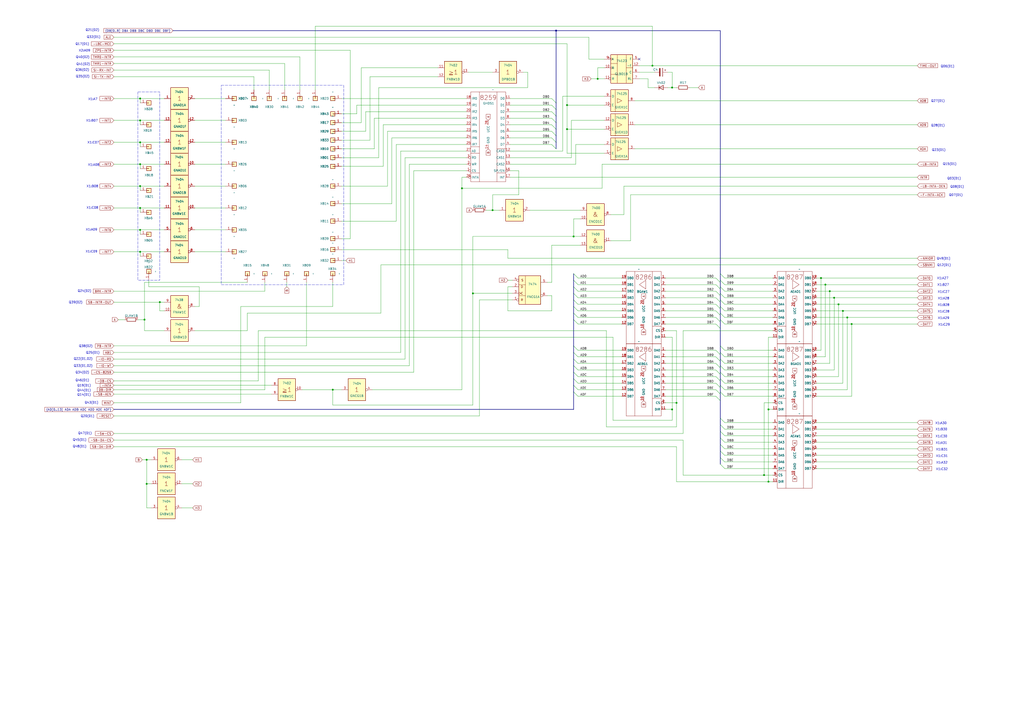
<source format=kicad_sch>
(kicad_sch (version 20231120) (generator "eeschema") (generator_version "8.0")
  (paper "A2")
  (lib_symbols
    (symbol "Connector_Generic:Conn_01x01" (pin_names (offset 1.016) hide)
      (property "Reference" "J" (at 0 2.54 0))
      (property "Value" "Conn_01x01" (at 0 -2.54 0))
      (symbol "Conn_01x01_1_1"
        (pin passive line (at -5.08 0 0) (length 3.81) (name "Pin_1") (number "1"))
      )
    )
    (symbol "Device:C_Polarized" (pin_numbers hide) (pin_names (offset 0.254))
      (property "Reference" "C" (at 0.635 2.54 0))
      (property "Value" "C_Polarized" (at 0.635 -2.54 0))
      (symbol "C_Polarized_1_1"
        (pin passive line (at 0 3.81 270) (length 2.794) (name "~") (number "1"))
        (pin passive line (at 0 -3.81 90) (length 2.794) (name "~") (number "2"))
      )
    )
    (symbol "Device:D" (pin_numbers hide) (pin_names (offset 1.016) hide)
      (property "Reference" "D" (at 0 2.54 0))
      (property "Value" "D" (at 0 -2.54 0))
      (symbol "D_1_1"
        (pin passive line (at -3.81 0 0) (length 2.54) (name "K") (number "1"))
        (pin passive line (at 3.81 0 180) (length 2.54) (name "A") (number "2"))
      )
    )
    (symbol "Device:R" (pin_numbers hide) (pin_names (offset 0))
      (property "Reference" "R" (at 2.032 0 90))
      (property "Value" "R" (at 0 0 90))
      (symbol "R_1_1"
        (pin passive line (at 0 3.81 270) (length 1.27) (name "~") (number "1"))
        (pin passive line (at 0 -3.81 90) (length 1.27) (name "~") (number "2"))
      )
    )
    (symbol "Device:R_Network07_Split" (pin_names (offset 0) hide)
      (property "Reference" "RN" (at 2.032 0 90))
      (property "Value" "R_Network07_Split" (at 0 0 90))
      (symbol "R_Network07_Split_0_1"
        (pin passive line (at 0 3.81 270) (length 1.27) (name "R1") (number "1"))
      )
      (symbol "R_Network07_Split_1_1"
        (pin passive line (at 0 -3.81 90) (length 1.27) (name "R1.2") (number "2"))
      )
      (symbol "R_Network07_Split_2_1"
        (pin passive line (at 0 -3.81 90) (length 1.27) (name "R2.2") (number "3"))
      )
      (symbol "R_Network07_Split_3_1"
        (pin passive line (at 0 -3.81 90) (length 1.27) (name "R3.2") (number "4"))
      )
      (symbol "R_Network07_Split_4_1"
        (pin passive line (at 0 -3.81 90) (length 1.27) (name "R4.2") (number "5"))
      )
      (symbol "R_Network07_Split_5_1"
        (pin passive line (at 0 -3.81 90) (length 1.27) (name "R5.2") (number "6"))
      )
      (symbol "R_Network07_Split_6_1"
        (pin passive line (at 0 -3.81 90) (length 1.27) (name "R6.2") (number "7"))
      )
      (symbol "R_Network07_Split_7_1"
        (pin passive line (at 0 -3.81 90) (length 1.27) (name "R7.2") (number "8"))
      )
    )
    (symbol "Robotron_Symbole:7400"
      (property "Reference" "U" (at 6.35 7.62 0))
      (property "Value" "7400" (at 5.08 -7.62 0))
      (symbol "7400_0_0"
        (text "&" (at 0 0 0) (effects (font (size 2.54 2.54))))
      )
      (symbol "7400_1_1"
        (pin input line (at -8.89 2.54 0) (length 3.81) (name "~") (number "1"))
        (pin input line (at -8.89 -2.54 0) (length 3.81) (name "~") (number "2"))
        (pin output inverted (at 8.89 0 180) (length 3.81) (name "~") (number "3"))
      )
      (symbol "7400_2_1"
        (pin input line (at -8.89 2.54 0) (length 3.81) (name "~") (number "4"))
        (pin input line (at -8.89 -2.54 0) (length 3.81) (name "~") (number "5"))
        (pin output inverted (at 8.89 0 180) (length 3.81) (name "~") (number "6"))
      )
      (symbol "7400_3_1"
        (pin input line (at -8.89 -2.54 0) (length 3.81) (name "~") (number "10"))
        (pin output inverted (at 8.89 0 180) (length 3.81) (name "~") (number "8"))
        (pin input line (at -8.89 2.54 0) (length 3.81) (name "~") (number "9"))
      )
      (symbol "7400_4_1"
        (pin output inverted (at 8.89 0 180) (length 3.81) (name "~") (number "11"))
        (pin input line (at -8.89 2.54 0) (length 3.81) (name "~") (number "12"))
        (pin input line (at -8.89 -2.54 0) (length 3.81) (name "~") (number "13"))
      )
      (symbol "7400_5_1"
        (pin power_in line (at 0 10.16 270) (length 3.81) (name "VCC") (number "14"))
        (pin power_in line (at 0 -10.16 90) (length 3.81) (name "GND") (number "7"))
      )
    )
    (symbol "Robotron_Symbole:7402"
      (property "Reference" "U" (at -2.794 -4.318 0))
      (property "Value" "7402" (at -0.254 3.81 0))
      (symbol "7402_0_0"
        (text ">1" (at 0 0 0) (effects (font (size 2.54 2.54))))
      )
      (symbol "7402_1_1"
        (pin output inverted (at 8.89 0 180) (length 3.81) (name "~") (number "1"))
        (pin input line (at -8.89 2.54 0) (length 3.81) (name "~") (number "2"))
        (pin input line (at -8.89 -2.54 0) (length 3.81) (name "~") (number "3"))
      )
      (symbol "7402_2_1"
        (pin output inverted (at 8.89 0 180) (length 3.81) (name "~") (number "4"))
        (pin input line (at -8.89 2.54 0) (length 3.81) (name "~") (number "5"))
        (pin input line (at -8.89 -2.54 0) (length 3.81) (name "~") (number "6"))
      )
      (symbol "7402_3_1"
        (pin output inverted (at 8.89 0 180) (length 3.81) (name "~") (number "10"))
        (pin input line (at -8.89 2.54 0) (length 3.81) (name "~") (number "8"))
        (pin input line (at -8.89 -2.54 0) (length 3.81) (name "~") (number "9"))
      )
      (symbol "7402_4_1"
        (pin input line (at -8.89 2.54 0) (length 3.81) (name "~") (number "11"))
        (pin input line (at -8.89 -2.54 0) (length 3.81) (name "~") (number "12"))
        (pin output inverted (at 8.89 0 180) (length 3.81) (name "~") (number "13"))
      )
      (symbol "7402_5_1"
        (pin power_in line (at 0 10.16 270) (length 3.81) (name "VCC") (number "14"))
        (pin power_in line (at 0 -10.16 90) (length 3.81) (name "GND") (number "7"))
      )
    )
    (symbol "Robotron_Symbole:7404"
      (property "Reference" "U" (at -3.556 -4.318 0))
      (property "Value" "7404" (at -0.508 3.81 0))
      (symbol "7404_0_0"
        (text "1" (at 0 0 0) (effects (font (size 2.54 2.54))))
      )
      (symbol "7404_1_1"
        (pin input line (at -8.89 0 0) (length 3.81) (name "~") (number "1"))
        (pin output inverted (at 8.89 0 180) (length 3.81) (name "~") (number "2"))
      )
      (symbol "7404_2_1"
        (pin input line (at -8.89 0 0) (length 3.81) (name "~") (number "3"))
        (pin output inverted (at 8.89 0 180) (length 3.81) (name "~") (number "4"))
      )
      (symbol "7404_3_1"
        (pin input line (at -8.89 0 0) (length 3.81) (name "~") (number "5"))
        (pin output inverted (at 8.89 0 180) (length 3.81) (name "~") (number "6"))
      )
      (symbol "7404_4_1"
        (pin output inverted (at 8.89 0 180) (length 3.81) (name "~") (number "8"))
        (pin input line (at -8.89 0 0) (length 3.81) (name "~") (number "9"))
      )
      (symbol "7404_5_1"
        (pin output inverted (at 8.89 0 180) (length 3.81) (name "~") (number "10"))
        (pin input line (at -8.89 0 0) (length 3.81) (name "~") (number "11"))
      )
      (symbol "7404_6_1"
        (pin output inverted (at 8.89 0 180) (length 3.81) (name "~") (number "12"))
        (pin input line (at -8.89 0 0) (length 3.81) (name "~") (number "13"))
      )
      (symbol "7404_7_1"
        (pin power_in line (at 0 10.16 270) (length 3.81) (name "VCC") (number "14"))
        (pin power_in line (at 0 -10.16 90) (length 3.81) (name "GND") (number "7"))
      )
    )
    (symbol "Robotron_Symbole:74123"
      (property "Reference" "U" (at 6.35 7.62 0))
      (property "Value" "74123" (at 2.794 -11.684 0))
      (symbol "74123_1_1"
        (pin input clock_low (at -8.89 3.81 0) (length 3.81) (name "A") (number "1"))
        (pin output line (at 11.43 3.81 180) (length 3.81) (name "F") (number "13"))
        (pin bidirectional line (at 11.43 -3.81 180) (length 3.81) (name "C") (number "14"))
        (pin bidirectional line (at 11.43 -7.62 180) (length 3.81) (name "RL") (number "15"))
        (pin input clock (at -8.89 -1.27 0) (length 3.81) (name "B") (number "2"))
        (pin input inverted (at -8.89 -7.62 0) (length 3.81) (name "R") (number "3"))
        (pin output line (at 11.43 0 180) (length 3.81) (name "-F") (number "4"))
      )
      (symbol "74123_2_1"
        (pin input clock (at -8.89 -1.27 0) (length 3.81) (name "B") (number "10"))
        (pin input inverted (at -8.89 -7.62 0) (length 3.81) (name "R") (number "11"))
        (pin output line (at 11.43 0 180) (length 3.81) (name "-F") (number "12"))
        (pin output line (at 11.43 3.81 180) (length 3.81) (name "F") (number "5"))
        (pin bidirectional line (at 11.43 -3.81 180) (length 3.81) (name "C") (number "6"))
        (pin bidirectional line (at 11.43 -7.62 180) (length 3.81) (name "RL") (number "7"))
        (pin input clock_low (at -8.89 3.81 0) (length 3.81) (name "A") (number "9"))
      )
      (symbol "74123_3_1"
        (pin power_in line (at 1.27 10.16 270) (length 3.81) (name "VCC") (number "16"))
        (pin power_in line (at 1.27 -13.97 90) (length 3.81) (name "GND") (number "8"))
      )
    )
    (symbol "Robotron_Symbole:74125"
      (property "Reference" "U" (at 6.35 7.62 0))
      (property "Value" "74125" (at 5.08 -7.62 0))
      (symbol "74125_1_1"
        (pin input inverted (at -8.89 -2.54 0) (length 3.81) (name "E") (number "1"))
        (pin input line (at -8.89 2.54 0) (length 3.81) (name "D") (number "2"))
        (pin tri_state line (at 8.89 0 180) (length 3.81) (name "") (number "3"))
      )
      (symbol "74125_2_1"
        (pin input inverted (at -8.89 -2.54 0) (length 3.81) (name "E") (number "4"))
        (pin input line (at -8.89 2.54 0) (length 3.81) (name "D") (number "5"))
        (pin tri_state line (at 8.89 0 180) (length 3.81) (name "") (number "6"))
      )
      (symbol "74125_3_1"
        (pin input inverted (at -8.89 -2.54 0) (length 3.81) (name "E") (number "10"))
        (pin tri_state line (at 8.89 0 180) (length 3.81) (name "") (number "8"))
        (pin input line (at -8.89 2.54 0) (length 3.81) (name "D") (number "9"))
      )
      (symbol "74125_4_1"
        (pin tri_state line (at 8.89 0 180) (length 3.81) (name "") (number "11"))
        (pin input line (at -8.89 2.54 0) (length 3.81) (name "D") (number "12"))
        (pin input inverted (at -8.89 -2.54 0) (length 3.81) (name "E") (number "13"))
      )
      (symbol "74125_5_1"
        (pin power_in line (at 0 10.16 270) (length 3.81) (name "VCC") (number "14"))
        (pin power_in line (at 0 -10.16 90) (length 3.81) (name "GND") (number "7"))
      )
    )
    (symbol "Robotron_Symbole:7438"
      (property "Reference" "U" (at 6.35 7.62 0))
      (property "Value" "7438" (at 5.08 -7.62 0))
      (symbol "7438_0_0"
        (text "&" (at 0 0 0) (effects (font (size 2.54 2.54))))
      )
      (symbol "7438_1_1"
        (pin input line (at -8.89 2.54 0) (length 3.81) (name "~") (number "1"))
        (pin input line (at -8.89 -2.54 0) (length 3.81) (name "~") (number "2"))
        (pin open_collector inverted (at 8.89 0 180) (length 3.81) (name "~") (number "3"))
      )
      (symbol "7438_2_1"
        (pin input line (at -8.89 2.54 0) (length 3.81) (name "~") (number "4"))
        (pin input line (at -8.89 -2.54 0) (length 3.81) (name "~") (number "5"))
        (pin open_collector inverted (at 8.89 0 180) (length 3.81) (name "~") (number "6"))
      )
      (symbol "7438_3_1"
        (pin input line (at -8.89 -2.54 0) (length 3.81) (name "~") (number "10"))
        (pin open_collector inverted (at 8.89 0 180) (length 3.81) (name "~") (number "8"))
        (pin input line (at -8.89 2.54 0) (length 3.81) (name "~") (number "9"))
      )
      (symbol "7438_4_1"
        (pin open_collector inverted (at 8.89 0 180) (length 3.81) (name "~") (number "11"))
        (pin input line (at -8.89 2.54 0) (length 3.81) (name "~") (number "12"))
        (pin input line (at -8.89 -2.54 0) (length 3.81) (name "~") (number "13"))
      )
      (symbol "7438_5_1"
        (pin power_in line (at 0 10.16 270) (length 3.81) (name "VCC") (number "14"))
        (pin power_in line (at 0 -10.16 90) (length 3.81) (name "GND") (number "7"))
      )
    )
    (symbol "Robotron_Symbole:7474"
      (property "Reference" "U" (at 6.35 7.62 0))
      (property "Value" "7474" (at 5.588 -11.938 0))
      (symbol "7474_1_1"
        (text "C" (at -3.302 -3.81 0) (effects (font (size 1.27 1.27))))
        (text "D" (at -3.302 0 0) (effects (font (size 1.27 1.27))))
        (text "R" (at -3.302 -7.62 0) (effects (font (size 1.27 1.27))))
        (text "S" (at -3.048 3.81 0) (effects (font (size 1.27 1.27))))
        (pin input inverted (at -8.89 -7.62 0) (length 3.81) (name "~") (number "1"))
        (pin input line (at -8.89 0 0) (length 3.81) (name "~") (number "2"))
        (pin input clock (at -8.89 -3.81 0) (length 3.81) (name "~") (number "3"))
        (pin input inverted (at -8.89 3.81 0) (length 3.81) (name "~") (number "4"))
        (pin output line (at 11.43 2.54 180) (length 3.81) (name "~") (number "5"))
        (pin output inverted (at 11.43 -5.08 180) (length 3.81) (name "~") (number "6"))
      )
      (symbol "7474_2_1"
        (text "C" (at -3.302 -3.81 0) (effects (font (size 1.27 1.27))))
        (text "D" (at -3.302 0 0) (effects (font (size 1.27 1.27))))
        (text "R" (at -3.302 -7.62 0) (effects (font (size 1.27 1.27))))
        (text "S" (at -3.048 3.81 0) (effects (font (size 1.27 1.27))))
        (pin input inverted (at -8.89 3.81 0) (length 3.81) (name "~") (number "10"))
        (pin input clock (at -8.89 -3.81 0) (length 3.81) (name "~") (number "11"))
        (pin input line (at -8.89 0 0) (length 3.81) (name "~") (number "12"))
        (pin input inverted (at -8.89 -7.62 0) (length 3.81) (name "~") (number "13"))
        (pin output inverted (at 11.43 -5.08 180) (length 3.81) (name "~") (number "8"))
        (pin output line (at 11.43 2.54 180) (length 3.81) (name "~") (number "9"))
      )
      (symbol "7474_3_1"
        (text "C" (at -3.302 -3.81 0) (effects (font (size 1.27 1.27))))
        (text "D" (at -3.302 0 0) (effects (font (size 1.27 1.27))))
        (text "R" (at -3.302 -7.62 0) (effects (font (size 1.27 1.27))))
        (text "S" (at -3.048 3.81 0) (effects (font (size 1.27 1.27))))
        (pin power_in line (at 1.27 10.16 270) (length 3.81) (name "VCC") (number "14"))
        (pin power_in line (at 1.27 -13.97 90) (length 3.81) (name "GND") (number "7"))
      )
    )
    (symbol "Robotron_Symbole:8259"
      (property "Reference" "U" (at 0 2.54 0))
      (symbol "8259_1_1"
        (text "8259\n" (at 12.7 0.508 0) (effects (font (size 2.54 2.54))))
        (pin input inverted (at 0 -41.91 0) (length 2.54) (name "CS") (number "1"))
        (pin tri_state line (at 25.4 -3.81 180) (length 2.54) (name "D1") (number "10"))
        (pin tri_state line (at 25.4 0 180) (length 2.54) (name "D0") (number "11"))
        (pin tri_state line (at 25.4 -30.48 180) (length 2.54) (name "CAS0") (number "12"))
        (pin tri_state line (at 25.4 -34.29 180) (length 2.54) (name "CAS1") (number "13"))
        (pin power_in line (at 12.7 -29.21 90) (length 2.54) (name "GND") (number "14"))
        (pin tri_state line (at 25.4 -38.1 180) (length 2.54) (name "CAS2") (number "15"))
        (pin tri_state inverted (at 25.4 -41.91 180) (length 2.54) (name "SP/EN") (number "16"))
        (pin output line (at 25.4 -45.72 180) (length 2.54) (name "INT") (number "17"))
        (pin input line (at 0 0 0) (length 2.54) (name "IR0") (number "18"))
        (pin input line (at 0 -3.81 0) (length 2.54) (name "IR1") (number "19"))
        (pin input inverted (at 0 -38.1 0) (length 2.54) (name "WR") (number "2"))
        (pin input line (at 0 -7.62 0) (length 2.54) (name "IR2") (number "20"))
        (pin input line (at 0 -11.43 0) (length 2.54) (name "IR3") (number "21"))
        (pin input line (at 0 -15.24 0) (length 2.54) (name "IR4") (number "22"))
        (pin input line (at 0 -19.05 0) (length 2.54) (name "IR5") (number "23"))
        (pin input line (at 0 -22.86 0) (length 2.54) (name "IR6") (number "24"))
        (pin input line (at 0 -26.67 0) (length 2.54) (name "IR7") (number "25"))
        (pin input inverted (at 0 -45.72 0) (length 2.54) (name "INTA") (number "26"))
        (pin input line (at 0 -30.48 0) (length 2.54) (name "A0") (number "27"))
        (pin power_in line (at 12.7 -12.7 270) (length 2.54) (name "UCC") (number "28"))
        (pin input inverted (at 0 -34.29 0) (length 2.54) (name "RD") (number "3"))
        (pin tri_state line (at 25.4 -26.67 180) (length 2.54) (name "D7") (number "4"))
        (pin tri_state line (at 25.4 -22.86 180) (length 2.54) (name "D6") (number "5"))
        (pin tri_state line (at 25.4 -19.05 180) (length 2.54) (name "D5") (number "6"))
        (pin tri_state line (at 25.4 -15.24 180) (length 2.54) (name "D4") (number "7"))
        (pin tri_state line (at 25.4 -11.43 180) (length 2.54) (name "D3") (number "8"))
        (pin tri_state line (at 25.4 -7.62 180) (length 2.54) (name "D2") (number "9"))
      )
    )
    (symbol "Robotron_Symbole:8286"
      (property "Reference" "U" (at 0 2.54 0))
      (symbol "8286_1_1"
        (text "8286" (at 12.7 0.508 0) (effects (font (size 2.54 2.54))))
        (pin bidirectional line (at 0 0 0) (length 2.54) (name "DA0") (number "1"))
        (pin power_in line (at 12.7 -29.21 90) (length 2.54) (name "GND") (number "10"))
        (pin input line (at 0 -34.29 0) (length 2.54) (name "DIR") (number "11"))
        (pin bidirectional line (at 25.4 -26.67 180) (length 2.54) (name "DB7") (number "12"))
        (pin bidirectional line (at 25.4 -22.86 180) (length 2.54) (name "DB6") (number "13"))
        (pin bidirectional line (at 25.4 -19.05 180) (length 2.54) (name "DB5") (number "14"))
        (pin bidirectional line (at 25.4 -15.24 180) (length 2.54) (name "DB4") (number "15"))
        (pin bidirectional line (at 25.4 -11.43 180) (length 2.54) (name "DB3") (number "16"))
        (pin bidirectional line (at 25.4 -7.62 180) (length 2.54) (name "DB2") (number "17"))
        (pin bidirectional line (at 25.4 -3.81 180) (length 2.54) (name "DB1") (number "18"))
        (pin bidirectional line (at 25.4 0 180) (length 2.54) (name "DB0") (number "19"))
        (pin bidirectional line (at 0 -3.81 0) (length 2.54) (name "DA1") (number "2"))
        (pin power_in line (at 12.7 -12.7 270) (length 2.54) (name "UCC") (number "20"))
        (pin bidirectional line (at 0 -7.62 0) (length 2.54) (name "DA2") (number "3"))
        (pin bidirectional line (at 0 -11.43 0) (length 2.54) (name "DA3") (number "4"))
        (pin bidirectional line (at 0 -15.24 0) (length 2.54) (name "DA4") (number "5"))
        (pin bidirectional line (at 0 -19.05 0) (length 2.54) (name "DA5") (number "6"))
        (pin bidirectional line (at 0 -22.86 0) (length 2.54) (name "DA6") (number "7"))
        (pin bidirectional line (at 0 -26.67 0) (length 2.54) (name "DA7") (number "8"))
        (pin input inverted (at 0 -30.48 0) (length 2.54) (name "CS") (number "9"))
      )
    )
    (symbol "Robotron_Symbole:8287"
      (property "Reference" "U" (at 0 2.54 0))
      (symbol "8287_1_1"
        (text "8287" (at 12.7 0.508 0) (effects (font (size 2.54 2.54))))
        (pin bidirectional line (at 0 0 0) (length 2.54) (name "DA0") (number "1"))
        (pin power_in line (at 12.7 -30.48 90) (length 2.54) (name "GND") (number "10"))
        (pin input line (at 0 -34.29 0) (length 2.54) (name "DIR") (number "11"))
        (pin bidirectional inverted (at 25.4 -26.67 180) (length 2.54) (name "DB7") (number "12"))
        (pin bidirectional inverted (at 25.4 -22.86 180) (length 2.54) (name "DB6") (number "13"))
        (pin bidirectional inverted (at 25.4 -19.05 180) (length 2.54) (name "DB5") (number "14"))
        (pin bidirectional inverted (at 25.4 -15.24 180) (length 2.54) (name "DB4") (number "15"))
        (pin bidirectional inverted (at 25.4 -11.43 180) (length 2.54) (name "DB3") (number "16"))
        (pin bidirectional inverted (at 25.4 -7.62 180) (length 2.54) (name "DB2") (number "17"))
        (pin bidirectional inverted (at 25.4 -3.81 180) (length 2.54) (name "DB1") (number "18"))
        (pin bidirectional inverted (at 25.4 0 180) (length 2.54) (name "DB0") (number "19"))
        (pin bidirectional line (at 0 -3.81 0) (length 2.54) (name "DA1") (number "2"))
        (pin power_in line (at 12.7 -13.97 270) (length 2.54) (name "UCC") (number "20"))
        (pin bidirectional line (at 0 -7.62 0) (length 2.54) (name "DA2") (number "3"))
        (pin bidirectional line (at 0 -11.43 0) (length 2.54) (name "DA3") (number "4"))
        (pin bidirectional line (at 0 -15.24 0) (length 2.54) (name "DA4") (number "5"))
        (pin bidirectional line (at 0 -19.05 0) (length 2.54) (name "DA5") (number "6"))
        (pin bidirectional line (at 0 -22.86 0) (length 2.54) (name "DA6") (number "7"))
        (pin bidirectional line (at 0 -26.67 0) (length 2.54) (name "DA7") (number "8"))
        (pin input inverted (at 0 -30.48 0) (length 2.54) (name "CS") (number "9"))
      )
    )
  )
  (junction (at 476.25 161.29))
  (junction (at 346.71 45.72))
  (junction (at 332.74 137.16))
  (junction (at 274.32 170.18))
  (junction (at 328.93 60.96))
  (junction (at 445.77 279.4))
  (junction (at 491.49 184.15))
  (junction (at 478.79 165.1))
  (junction (at 392.43 233.68))
  (junction (at 81.28 133.35))
  (junction (at 443.23 275.59))
  (junction (at 389.89 50.8))
  (junction (at 322.58 17.78))
  (junction (at 81.28 120.65))
  (junction (at 486.41 176.53))
  (junction (at 85.09 280.67))
  (junction (at 92.71 175.26))
  (junction (at 494.03 187.96))
  (junction (at 285.75 121.92))
  (junction (at 83.82 185.42))
  (junction (at 81.28 146.05))
  (junction (at 483.87 172.72))
  (junction (at 193.04 226.06))
  (junction (at 81.28 95.25))
  (junction (at 481.33 168.91))
  (junction (at 378.46 38.1))
  (junction (at 445.77 237.49))
  (junction (at 488.95 180.34))
  (junction (at 81.28 57.15))
  (junction (at 81.28 107.95))
  (junction (at 267.97 109.22))
  (junction (at 85.09 266.7))
  (junction (at 389.89 237.49))
  (junction (at 81.28 69.85))
  (junction (at 328.93 74.93))
  (junction (at 81.28 82.55))
  (no_connect (at 370.84 34.29))
  (bus_entry (at 417.83 215.9) (size 2.54 2.54))
  (bus_entry (at 332.74 215.9) (size 2.54 2.54))
  (bus_entry (at 332.74 162.56) (size 2.54 2.54))
  (bus_entry (at 417.83 250.19) (size 2.54 2.54))
  (bus_entry (at 417.83 227.33) (size 2.54 2.54))
  (bus_entry (at 415.29 176.53) (size 2.54 2.54))
  (bus_entry (at 417.83 223.52) (size 2.54 2.54))
  (bus_entry (at 320.04 68.58) (size 2.54 2.54))
  (bus_entry (at 417.83 185.42) (size 2.54 2.54))
  (bus_entry (at 320.04 72.39) (size 2.54 2.54))
  (bus_entry (at 417.83 242.57) (size 2.54 2.54))
  (bus_entry (at 417.83 170.18) (size 2.54 2.54))
  (bus_entry (at 415.29 180.34) (size 2.54 2.54))
  (bus_entry (at 415.29 161.29) (size 2.54 2.54))
  (bus_entry (at 415.29 226.06) (size 2.54 2.54))
  (bus_entry (at 417.83 254) (size 2.54 2.54))
  (bus_entry (at 332.74 208.28) (size 2.54 2.54))
  (bus_entry (at 332.74 185.42) (size 2.54 2.54))
  (bus_entry (at 415.29 222.25) (size 2.54 2.54))
  (bus_entry (at 417.83 261.62) (size 2.54 2.54))
  (bus_entry (at 332.74 204.47) (size 2.54 2.54))
  (bus_entry (at 332.74 181.61) (size 2.54 2.54))
  (bus_entry (at 320.04 60.96) (size 2.54 2.54))
  (bus_entry (at 320.04 83.82) (size 2.54 2.54))
  (bus_entry (at 332.74 158.75) (size 2.54 2.54))
  (bus_entry (at 332.74 219.71) (size 2.54 2.54))
  (bus_entry (at 332.74 177.8) (size 2.54 2.54))
  (bus_entry (at 415.29 218.44) (size 2.54 2.54))
  (bus_entry (at 320.04 64.77) (size 2.54 2.54))
  (bus_entry (at 417.83 265.43) (size 2.54 2.54))
  (bus_entry (at 332.74 200.66) (size 2.54 2.54))
  (bus_entry (at 332.74 223.52) (size 2.54 2.54))
  (bus_entry (at 417.83 158.75) (size 2.54 2.54))
  (bus_entry (at 417.83 181.61) (size 2.54 2.54))
  (bus_entry (at 320.04 76.2) (size 2.54 2.54))
  (bus_entry (at 415.29 203.2) (size 2.54 2.54))
  (bus_entry (at 417.83 173.99) (size 2.54 2.54))
  (bus_entry (at 417.83 208.28) (size 2.54 2.54))
  (bus_entry (at 332.74 227.33) (size 2.54 2.54))
  (bus_entry (at 417.83 162.56) (size 2.54 2.54))
  (bus_entry (at 417.83 204.47) (size 2.54 2.54))
  (bus_entry (at 415.29 184.15) (size 2.54 2.54))
  (bus_entry (at 415.29 165.1) (size 2.54 2.54))
  (bus_entry (at 417.83 177.8) (size 2.54 2.54))
  (bus_entry (at 415.29 214.63) (size 2.54 2.54))
  (bus_entry (at 415.29 168.91) (size 2.54 2.54))
  (bus_entry (at 417.83 269.24) (size 2.54 2.54))
  (bus_entry (at 417.83 166.37) (size 2.54 2.54))
  (bus_entry (at 415.29 210.82) (size 2.54 2.54))
  (bus_entry (at 332.74 173.99) (size 2.54 2.54))
  (bus_entry (at 417.83 212.09) (size 2.54 2.54))
  (bus_entry (at 415.29 207.01) (size 2.54 2.54))
  (bus_entry (at 417.83 246.38) (size 2.54 2.54))
  (bus_entry (at 320.04 80.01) (size 2.54 2.54))
  (bus_entry (at 320.04 57.15) (size 2.54 2.54))
  (bus_entry (at 332.74 166.37) (size 2.54 2.54))
  (bus_entry (at 415.29 187.96) (size 2.54 2.54))
  (bus_entry (at 332.74 212.09) (size 2.54 2.54))
  (bus_entry (at 332.74 170.18) (size 2.54 2.54))
  (bus_entry (at 415.29 172.72) (size 2.54 2.54))
  (bus_entry (at 417.83 257.81) (size 2.54 2.54))
  (bus_entry (at 415.29 229.87) (size 2.54 2.54))
  (bus_entry (at 417.83 200.66) (size 2.54 2.54))
  (bus_entry (at 417.83 219.71) (size 2.54 2.54))
  (wire (pts (xy 420.37 176.53) (xy 448.31 176.53)))
  (wire (pts (xy 481.33 168.91) (xy 532.13 168.91)))
  (wire (pts (xy 113.03 107.95) (xy 130.81 107.95)))
  (wire (pts (xy 139.7 177.8) (xy 139.7 233.68)))
  (wire (pts (xy 483.87 172.72) (xy 483.87 214.63)))
  (wire (pts (xy 83.82 185.42) (xy 83.82 163.83)))
  (wire (pts (xy 113.03 69.85) (xy 130.81 69.85)))
  (bus (pts (xy 417.83 213.36) (xy 417.83 215.9)))
  (wire (pts (xy 175.26 226.06) (xy 193.04 226.06)))
  (wire (pts (xy 227.33 118.11) (xy 227.33 80.01)))
  (wire (pts (xy 387.35 50.8) (xy 389.89 50.8)))
  (wire (pts (xy 386.08 210.82) (xy 415.29 210.82)))
  (wire (pts (xy 113.03 120.65) (xy 130.81 120.65)))
  (wire (pts (xy 349.25 95.25) (xy 532.13 95.25)))
  (bus (pts (xy 417.83 167.64) (xy 417.83 170.18)))
  (wire (pts (xy 232.41 87.63) (xy 270.51 87.63)))
  (wire (pts (xy 295.91 57.15) (xy 320.04 57.15)))
  (bus (pts (xy 417.83 166.37) (xy 417.83 167.64)))
  (wire (pts (xy 445.77 279.4) (xy 448.31 279.4)))
  (wire (pts (xy 83.82 191.77) (xy 83.82 185.42)))
  (wire (pts (xy 66.04 255.27) (xy 396.24 255.27)))
  (wire (pts (xy 285.75 113.03) (xy 300.99 113.03)))
  (bus (pts (xy 332.74 162.56) (xy 332.74 166.37)))
  (wire (pts (xy 379.73 50.8) (xy 375.92 50.8)))
  (wire (pts (xy 92.71 175.26) (xy 95.25 175.26)))
  (bus (pts (xy 417.83 223.52) (xy 417.83 220.98)))
  (wire (pts (xy 420.37 184.15) (xy 448.31 184.15)))
  (wire (pts (xy 274.32 137.16) (xy 332.74 137.16)))
  (wire (pts (xy 389.89 195.58) (xy 386.08 195.58)))
  (bus (pts (xy 417.83 204.47) (xy 417.83 205.74)))
  (wire (pts (xy 420.37 187.96) (xy 448.31 187.96)))
  (wire (pts (xy 320.04 180.34) (xy 294.64 180.34)))
  (wire (pts (xy 66.04 44.45) (xy 147.32 44.45)))
  (wire (pts (xy 295.91 76.2) (xy 320.04 76.2)))
  (wire (pts (xy 386.08 226.06) (xy 415.29 226.06)))
  (bus (pts (xy 417.83 215.9) (xy 417.83 217.17)))
  (wire (pts (xy 392.43 279.4) (xy 445.77 279.4)))
  (bus (pts (xy 417.83 182.88) (xy 417.83 185.42)))
  (wire (pts (xy 473.71 207.01) (xy 478.79 207.01)))
  (wire (pts (xy 66.04 95.25) (xy 81.28 95.25)))
  (bus (pts (xy 417.83 208.28) (xy 417.83 209.55)))
  (wire (pts (xy 351.79 191.77) (xy 351.79 247.65)))
  (wire (pts (xy 336.55 127) (xy 332.74 127)))
  (wire (pts (xy 209.55 39.37) (xy 254 39.37)))
  (wire (pts (xy 193.04 226.06) (xy 198.12 226.06)))
  (wire (pts (xy 68.58 185.42) (xy 72.39 185.42)))
  (wire (pts (xy 234.95 91.44) (xy 234.95 208.28)))
  (wire (pts (xy 198.12 57.15) (xy 270.51 57.15)))
  (wire (pts (xy 85.09 294.64) (xy 85.09 280.67)))
  (wire (pts (xy 420.37 256.54) (xy 448.31 256.54)))
  (wire (pts (xy 335.28 218.44) (xy 360.68 218.44)))
  (wire (pts (xy 481.33 168.91) (xy 481.33 210.82)))
  (wire (pts (xy 392.43 247.65) (xy 392.43 233.68)))
  (wire (pts (xy 143.51 191.77) (xy 143.51 181.61)))
  (wire (pts (xy 267.97 102.87) (xy 270.51 102.87)))
  (wire (pts (xy 473.71 165.1) (xy 478.79 165.1)))
  (wire (pts (xy 198.12 118.11) (xy 227.33 118.11)))
  (wire (pts (xy 494.03 187.96) (xy 532.13 187.96)))
  (wire (pts (xy 420.37 252.73) (xy 448.31 252.73)))
  (wire (pts (xy 95.25 180.34) (xy 92.71 180.34)))
  (wire (pts (xy 420.37 222.25) (xy 448.31 222.25)))
  (wire (pts (xy 336.55 137.16) (xy 332.74 137.16)))
  (wire (pts (xy 219.71 91.44) (xy 219.71 50.8)))
  (wire (pts (xy 386.08 214.63) (xy 415.29 214.63)))
  (wire (pts (xy 81.28 95.25) (xy 95.25 95.25)))
  (bus (pts (xy 332.74 170.18) (xy 332.74 173.99)))
  (wire (pts (xy 294.64 166.37) (xy 297.18 166.37)))
  (wire (pts (xy 335.28 176.53) (xy 360.68 176.53)))
  (wire (pts (xy 177.8 163.83) (xy 177.8 200.66)))
  (wire (pts (xy 294.64 162.56) (xy 297.18 162.56)))
  (bus (pts (xy 417.83 212.09) (xy 417.83 213.36)))
  (wire (pts (xy 443.23 275.59) (xy 396.24 275.59)))
  (wire (pts (xy 295.91 68.58) (xy 320.04 68.58)))
  (bus (pts (xy 417.83 250.19) (xy 417.83 254)))
  (wire (pts (xy 317.5 163.83) (xy 320.04 163.83)))
  (wire (pts (xy 149.86 191.77) (xy 149.86 220.98)))
  (wire (pts (xy 274.32 170.18) (xy 297.18 170.18)))
  (wire (pts (xy 387.35 41.91) (xy 389.89 41.91)))
  (wire (pts (xy 82.55 266.7) (xy 85.09 266.7)))
  (wire (pts (xy 193.04 177.8) (xy 139.7 177.8)))
  (bus (pts (xy 322.58 67.31) (xy 322.58 71.12)))
  (bus (pts (xy 100.33 17.78) (xy 322.58 17.78)))
  (wire (pts (xy 335.28 214.63) (xy 360.68 214.63)))
  (wire (pts (xy 368.3 86.36) (xy 532.13 86.36)))
  (bus (pts (xy 332.74 227.33) (xy 332.74 237.49)))
  (bus (pts (xy 417.83 185.42) (xy 417.83 186.69)))
  (bus (pts (xy 417.83 217.17) (xy 417.83 219.71)))
  (wire (pts (xy 334.01 83.82) (xy 350.52 83.82)))
  (wire (pts (xy 473.71 172.72) (xy 483.87 172.72)))
  (wire (pts (xy 420.37 180.34) (xy 448.31 180.34)))
  (wire (pts (xy 222.25 72.39) (xy 270.51 72.39)))
  (wire (pts (xy 326.39 87.63) (xy 326.39 55.88)))
  (wire (pts (xy 375.92 50.8) (xy 375.92 45.72)))
  (wire (pts (xy 386.08 184.15) (xy 415.29 184.15)))
  (wire (pts (xy 328.93 74.93) (xy 328.93 88.9)))
  (wire (pts (xy 294.64 149.86) (xy 532.13 149.86)))
  (wire (pts (xy 267.97 226.06) (xy 267.97 109.22)))
  (wire (pts (xy 361.95 107.95) (xy 532.13 107.95)))
  (wire (pts (xy 420.37 229.87) (xy 448.31 229.87)))
  (wire (pts (xy 386.08 218.44) (xy 415.29 218.44)))
  (wire (pts (xy 443.23 233.68) (xy 448.31 233.68)))
  (bus (pts (xy 417.83 227.33) (xy 417.83 228.6)))
  (wire (pts (xy 105.41 294.64) (xy 111.76 294.64)))
  (wire (pts (xy 328.93 60.96) (xy 350.52 60.96)))
  (wire (pts (xy 198.12 128.27) (xy 229.87 128.27)))
  (bus (pts (xy 417.83 177.8) (xy 417.83 175.26)))
  (wire (pts (xy 328.93 25.4) (xy 328.93 60.96)))
  (wire (pts (xy 389.89 243.84) (xy 389.89 237.49)))
  (wire (pts (xy 486.41 176.53) (xy 486.41 218.44)))
  (wire (pts (xy 83.82 163.83) (xy 143.51 163.83)))
  (wire (pts (xy 229.87 83.82) (xy 270.51 83.82)))
  (wire (pts (xy 365.76 113.03) (xy 532.13 113.03)))
  (wire (pts (xy 320.04 142.24) (xy 336.55 142.24)))
  (bus (pts (xy 417.83 190.5) (xy 417.83 200.66)))
  (wire (pts (xy 105.41 266.7) (xy 111.76 266.7)))
  (wire (pts (xy 300.99 113.03) (xy 300.99 99.06)))
  (bus (pts (xy 322.58 71.12) (xy 322.58 74.93)))
  (bus (pts (xy 332.74 181.61) (xy 332.74 185.42)))
  (wire (pts (xy 66.04 233.68) (xy 139.7 233.68)))
  (wire (pts (xy 66.04 241.3) (xy 278.13 241.3)))
  (wire (pts (xy 370.84 41.91) (xy 379.73 41.91)))
  (wire (pts (xy 396.24 191.77) (xy 396.24 251.46)))
  (wire (pts (xy 207.01 66.04) (xy 207.01 60.96)))
  (wire (pts (xy 92.71 180.34) (xy 92.71 175.26)))
  (wire (pts (xy 335.28 187.96) (xy 360.68 187.96)))
  (wire (pts (xy 473.71 245.11) (xy 532.13 245.11)))
  (wire (pts (xy 420.37 165.1) (xy 448.31 165.1)))
  (bus (pts (xy 332.74 219.71) (xy 332.74 223.52)))
  (wire (pts (xy 335.28 165.1) (xy 360.68 165.1)))
  (wire (pts (xy 85.09 280.67) (xy 85.09 266.7)))
  (bus (pts (xy 332.74 166.37) (xy 332.74 170.18)))
  (wire (pts (xy 368.3 72.39) (xy 532.13 72.39)))
  (wire (pts (xy 81.28 57.15) (xy 81.28 59.69)))
  (wire (pts (xy 473.71 168.91) (xy 481.33 168.91)))
  (wire (pts (xy 198.12 96.52) (xy 222.25 96.52)))
  (wire (pts (xy 335.28 168.91) (xy 360.68 168.91)))
  (wire (pts (xy 198.12 86.36) (xy 217.17 86.36)))
  (bus (pts (xy 332.74 215.9) (xy 332.74 219.71)))
  (wire (pts (xy 473.71 176.53) (xy 486.41 176.53)))
  (bus (pts (xy 417.83 254) (xy 417.83 257.81)))
  (wire (pts (xy 331.47 69.85) (xy 350.52 69.85)))
  (wire (pts (xy 389.89 237.49) (xy 389.89 195.58)))
  (wire (pts (xy 342.9 45.72) (xy 346.71 45.72)))
  (wire (pts (xy 332.74 127) (xy 332.74 137.16)))
  (wire (pts (xy 224.79 107.95) (xy 224.79 76.2)))
  (wire (pts (xy 66.04 40.64) (xy 156.21 40.64)))
  (wire (pts (xy 267.97 109.22) (xy 349.25 109.22)))
  (wire (pts (xy 473.71 210.82) (xy 481.33 210.82)))
  (wire (pts (xy 274.32 170.18) (xy 274.32 137.16)))
  (wire (pts (xy 81.28 120.65) (xy 95.25 120.65)))
  (bus (pts (xy 417.83 200.66) (xy 417.83 204.47)))
  (wire (pts (xy 420.37 168.91) (xy 448.31 168.91)))
  (wire (pts (xy 270.51 91.44) (xy 234.95 91.44)))
  (wire (pts (xy 473.71 203.2) (xy 476.25 203.2)))
  (wire (pts (xy 420.37 264.16) (xy 448.31 264.16)))
  (wire (pts (xy 81.28 107.95) (xy 81.28 110.49)))
  (wire (pts (xy 420.37 207.01) (xy 448.31 207.01)))
  (wire (pts (xy 115.57 177.8) (xy 115.57 166.37)))
  (wire (pts (xy 445.77 195.58) (xy 448.31 195.58)))
  (wire (pts (xy 214.63 81.28) (xy 214.63 44.45)))
  (wire (pts (xy 354.33 139.7) (xy 365.76 139.7)))
  (wire (pts (xy 346.71 39.37) (xy 346.71 45.72)))
  (wire (pts (xy 420.37 161.29) (xy 448.31 161.29)))
  (wire (pts (xy 341.63 34.29) (xy 341.63 21.59)))
  (wire (pts (xy 81.28 69.85) (xy 81.28 72.39)))
  (wire (pts (xy 386.08 187.96) (xy 415.29 187.96)))
  (wire (pts (xy 386.08 176.53) (xy 415.29 176.53)))
  (wire (pts (xy 113.03 146.05) (xy 130.81 146.05)))
  (wire (pts (xy 473.71 214.63) (xy 483.87 214.63)))
  (wire (pts (xy 396.24 275.59) (xy 396.24 255.27)))
  (wire (pts (xy 392.43 191.77) (xy 386.08 191.77)))
  (wire (pts (xy 473.71 218.44) (xy 486.41 218.44)))
  (wire (pts (xy 66.04 146.05) (xy 81.28 146.05)))
  (wire (pts (xy 182.88 52.07) (xy 182.88 15.24)))
  (wire (pts (xy 165.1 52.07) (xy 165.1 36.83)))
  (bus (pts (xy 332.74 185.42) (xy 332.74 200.66)))
  (wire (pts (xy 334.01 95.25) (xy 334.01 83.82)))
  (bus (pts (xy 417.83 170.18) (xy 417.83 171.45)))
  (wire (pts (xy 198.12 144.78) (xy 294.64 144.78)))
  (wire (pts (xy 400.05 50.8) (xy 405.13 50.8)))
  (bus (pts (xy 417.83 223.52) (xy 417.83 224.79)))
  (wire (pts (xy 198.12 76.2) (xy 212.09 76.2)))
  (wire (pts (xy 420.37 245.11) (xy 448.31 245.11)))
  (wire (pts (xy 386.08 233.68) (xy 392.43 233.68)))
  (wire (pts (xy 378.46 38.1) (xy 370.84 38.1)))
  (wire (pts (xy 66.04 69.85) (xy 81.28 69.85)))
  (wire (pts (xy 270.51 95.25) (xy 237.49 95.25)))
  (wire (pts (xy 81.28 95.25) (xy 81.28 97.79)))
  (bus (pts (xy 332.74 177.8) (xy 332.74 181.61)))
  (wire (pts (xy 198.12 138.43) (xy 203.2 138.43)))
  (wire (pts (xy 307.34 121.92) (xy 336.55 121.92)))
  (wire (pts (xy 335.28 180.34) (xy 360.68 180.34)))
  (wire (pts (xy 220.98 153.67) (xy 532.13 153.67)))
  (wire (pts (xy 81.28 107.95) (xy 95.25 107.95)))
  (wire (pts (xy 297.18 173.99) (xy 278.13 173.99)))
  (wire (pts (xy 328.93 74.93) (xy 350.52 74.93)))
  (wire (pts (xy 66.04 57.15) (xy 81.28 57.15)))
  (bus (pts (xy 322.58 74.93) (xy 322.58 78.74)))
  (wire (pts (xy 478.79 165.1) (xy 478.79 207.01)))
  (bus (pts (xy 417.83 171.45) (xy 417.83 173.99)))
  (wire (pts (xy 295.91 64.77) (xy 320.04 64.77)))
  (wire (pts (xy 95.25 191.77) (xy 83.82 191.77)))
  (bus (pts (xy 417.83 219.71) (xy 417.83 220.98)))
  (bus (pts (xy 417.83 182.88) (xy 417.83 181.61)))
  (wire (pts (xy 66.04 251.46) (xy 396.24 251.46)))
  (wire (pts (xy 198.12 107.95) (xy 224.79 107.95)))
  (bus (pts (xy 417.83 246.38) (xy 417.83 242.57)))
  (wire (pts (xy 476.25 161.29) (xy 476.25 203.2)))
  (wire (pts (xy 295.91 72.39) (xy 320.04 72.39)))
  (wire (pts (xy 361.95 124.46) (xy 361.95 107.95)))
  (wire (pts (xy 320.04 171.45) (xy 320.04 180.34)))
  (wire (pts (xy 147.32 52.07) (xy 147.32 44.45)))
  (bus (pts (xy 417.83 209.55) (xy 417.83 212.09)))
  (wire (pts (xy 378.46 15.24) (xy 378.46 38.1)))
  (wire (pts (xy 295.91 87.63) (xy 326.39 87.63)))
  (wire (pts (xy 355.6 195.58) (xy 355.6 243.84)))
  (wire (pts (xy 227.33 80.01) (xy 270.51 80.01)))
  (wire (pts (xy 488.95 180.34) (xy 488.95 222.25)))
  (wire (pts (xy 335.28 172.72) (xy 360.68 172.72)))
  (wire (pts (xy 355.6 243.84) (xy 389.89 243.84)))
  (bus (pts (xy 322.58 82.55) (xy 322.58 86.36)))
  (wire (pts (xy 66.04 208.28) (xy 234.95 208.28)))
  (wire (pts (xy 351.79 247.65) (xy 392.43 247.65)))
  (wire (pts (xy 335.28 229.87) (xy 360.68 229.87)))
  (wire (pts (xy 80.01 185.42) (xy 83.82 185.42)))
  (wire (pts (xy 386.08 237.49) (xy 389.89 237.49)))
  (wire (pts (xy 66.04 212.09) (xy 237.49 212.09)))
  (wire (pts (xy 420.37 172.72) (xy 448.31 172.72)))
  (wire (pts (xy 486.41 176.53) (xy 532.13 176.53)))
  (bus (pts (xy 332.74 212.09) (xy 332.74 215.9)))
  (wire (pts (xy 271.78 41.91) (xy 285.75 41.91)))
  (wire (pts (xy 166.37 163.83) (xy 166.37 166.37)))
  (wire (pts (xy 198.12 71.12) (xy 209.55 71.12)))
  (wire (pts (xy 295.91 80.01) (xy 320.04 80.01)))
  (wire (pts (xy 281.94 121.92) (xy 285.75 121.92)))
  (wire (pts (xy 386.08 161.29) (xy 415.29 161.29)))
  (wire (pts (xy 237.49 95.25) (xy 237.49 212.09)))
  (wire (pts (xy 212.09 64.77) (xy 270.51 64.77)))
  (wire (pts (xy 420.37 267.97) (xy 448.31 267.97)))
  (wire (pts (xy 66.04 33.02) (xy 173.99 33.02)))
  (bus (pts (xy 332.74 200.66) (xy 332.74 204.47)))
  (wire (pts (xy 448.31 275.59) (xy 443.23 275.59)))
  (wire (pts (xy 420.37 218.44) (xy 448.31 218.44)))
  (wire (pts (xy 81.28 82.55) (xy 95.25 82.55)))
  (wire (pts (xy 219.71 50.8) (xy 306.07 50.8)))
  (bus (pts (xy 417.83 205.74) (xy 417.83 208.28)))
  (wire (pts (xy 66.04 228.6) (xy 157.48 228.6)))
  (wire (pts (xy 483.87 172.72) (xy 532.13 172.72)))
  (wire (pts (xy 473.71 187.96) (xy 494.03 187.96)))
  (wire (pts (xy 488.95 180.34) (xy 532.13 180.34)))
  (wire (pts (xy 386.08 229.87) (xy 415.29 229.87)))
  (wire (pts (xy 217.17 86.36) (xy 217.17 68.58)))
  (wire (pts (xy 66.04 36.83) (xy 165.1 36.83)))
  (wire (pts (xy 203.2 138.43) (xy 203.2 29.21)))
  (wire (pts (xy 386.08 207.01) (xy 415.29 207.01)))
  (wire (pts (xy 448.31 191.77) (xy 396.24 191.77)))
  (wire (pts (xy 473.71 256.54) (xy 532.13 256.54)))
  (wire (pts (xy 365.76 139.7) (xy 365.76 113.03)))
  (wire (pts (xy 66.04 107.95) (xy 81.28 107.95)))
  (wire (pts (xy 193.04 234.95) (xy 274.32 234.95)))
  (wire (pts (xy 229.87 128.27) (xy 229.87 83.82)))
  (wire (pts (xy 494.03 187.96) (xy 494.03 229.87)))
  (wire (pts (xy 274.32 234.95) (xy 274.32 170.18)))
  (wire (pts (xy 445.77 237.49) (xy 448.31 237.49)))
  (wire (pts (xy 66.04 226.06) (xy 153.67 226.06)))
  (wire (pts (xy 207.01 60.96) (xy 270.51 60.96)))
  (wire (pts (xy 420.37 203.2) (xy 448.31 203.2)))
  (wire (pts (xy 285.75 121.92) (xy 289.56 121.92)))
  (wire (pts (xy 389.89 50.8) (xy 392.43 50.8)))
  (wire (pts (xy 386.08 172.72) (xy 415.29 172.72)))
  (wire (pts (xy 317.5 171.45) (xy 320.04 171.45)))
  (wire (pts (xy 295.91 83.82) (xy 320.04 83.82)))
  (bus (pts (xy 417.83 224.79) (xy 417.83 227.33)))
  (wire (pts (xy 224.79 76.2) (xy 270.51 76.2)))
  (bus (pts (xy 417.83 228.6) (xy 417.83 232.41)))
  (bus (pts (xy 417.83 179.07) (xy 417.83 177.8)))
  (wire (pts (xy 81.28 146.05) (xy 81.28 148.59)))
  (wire (pts (xy 386.08 203.2) (xy 415.29 203.2)))
  (bus (pts (xy 417.83 261.62) (xy 417.83 265.43)))
  (wire (pts (xy 295.91 91.44) (xy 331.47 91.44)))
  (wire (pts (xy 66.04 21.59) (xy 341.63 21.59)))
  (bus (pts (xy 417.83 162.56) (xy 417.83 163.83)))
  (wire (pts (xy 66.04 25.4) (xy 328.93 25.4)))
  (wire (pts (xy 473.71 267.97) (xy 532.13 267.97)))
  (wire (pts (xy 368.3 58.42) (xy 532.13 58.42)))
  (wire (pts (xy 85.09 266.7) (xy 87.63 266.7)))
  (bus (pts (xy 417.83 246.38) (xy 417.83 250.19)))
  (wire (pts (xy 335.28 203.2) (xy 360.68 203.2)))
  (wire (pts (xy 491.49 184.15) (xy 532.13 184.15)))
  (bus (pts (xy 332.74 158.75) (xy 332.74 162.56)))
  (wire (pts (xy 66.04 175.26) (xy 92.71 175.26)))
  (wire (pts (xy 445.77 237.49) (xy 445.77 195.58)))
  (wire (pts (xy 420.37 214.63) (xy 448.31 214.63)))
  (wire (pts (xy 182.88 15.24) (xy 378.46 15.24)))
  (wire (pts (xy 113.03 95.25) (xy 130.81 95.25)))
  (wire (pts (xy 476.25 161.29) (xy 532.13 161.29)))
  (bus (pts (xy 322.58 17.78) (xy 322.58 59.69)))
  (bus (pts (xy 66.04 237.49) (xy 332.74 237.49)))
  (wire (pts (xy 113.03 191.77) (xy 143.51 191.77)))
  (wire (pts (xy 156.21 52.07) (xy 156.21 40.64)))
  (wire (pts (xy 66.04 133.35) (xy 81.28 133.35)))
  (bus (pts (xy 322.58 17.78) (xy 417.83 17.78)))
  (wire (pts (xy 66.04 220.98) (xy 149.86 220.98)))
  (wire (pts (xy 294.64 180.34) (xy 294.64 166.37)))
  (bus (pts (xy 417.83 173.99) (xy 417.83 175.26)))
  (wire (pts (xy 86.36 162.56) (xy 86.36 166.37)))
  (wire (pts (xy 87.63 294.64) (xy 85.09 294.64)))
  (wire (pts (xy 198.12 91.44) (xy 219.71 91.44)))
  (wire (pts (xy 232.41 204.47) (xy 232.41 87.63)))
  (wire (pts (xy 66.04 29.21) (xy 203.2 29.21)))
  (wire (pts (xy 270.51 99.06) (xy 240.03 99.06)))
  (wire (pts (xy 331.47 91.44) (xy 331.47 69.85)))
  (wire (pts (xy 81.28 133.35) (xy 81.28 135.89)))
  (bus (pts (xy 322.58 78.74) (xy 322.58 82.55)))
  (bus (pts (xy 417.83 158.75) (xy 417.83 162.56)))
  (wire (pts (xy 209.55 71.12) (xy 209.55 39.37)))
  (wire (pts (xy 491.49 184.15) (xy 491.49 226.06)))
  (wire (pts (xy 306.07 41.91) (xy 303.53 41.91)))
  (wire (pts (xy 113.03 82.55) (xy 130.81 82.55)))
  (wire (pts (xy 473.71 264.16) (xy 532.13 264.16)))
  (wire (pts (xy 350.52 39.37) (xy 346.71 39.37)))
  (wire (pts (xy 473.71 184.15) (xy 491.49 184.15)))
  (bus (pts (xy 332.74 204.47) (xy 332.74 208.28)))
  (bus (pts (xy 417.83 181.61) (xy 417.83 179.07)))
  (wire (pts (xy 198.12 66.04) (xy 207.01 66.04)))
  (wire (pts (xy 328.93 60.96) (xy 328.93 74.93)))
  (wire (pts (xy 473.71 226.06) (xy 491.49 226.06)))
  (wire (pts (xy 335.28 226.06) (xy 360.68 226.06)))
  (wire (pts (xy 278.13 173.99) (xy 278.13 241.3)))
  (wire (pts (xy 113.03 133.35) (xy 130.81 133.35)))
  (wire (pts (xy 81.28 69.85) (xy 95.25 69.85)))
  (wire (pts (xy 350.52 88.9) (xy 328.93 88.9)))
  (wire (pts (xy 386.08 168.91) (xy 415.29 168.91)))
  (wire (pts (xy 473.71 180.34) (xy 488.95 180.34)))
  (wire (pts (xy 375.92 45.72) (xy 370.84 45.72)))
  (wire (pts (xy 378.46 38.1) (xy 532.13 38.1)))
  (wire (pts (xy 220.98 181.61) (xy 220.98 153.67)))
  (wire (pts (xy 386.08 165.1) (xy 415.29 165.1)))
  (wire (pts (xy 113.03 57.15) (xy 130.81 57.15)))
  (bus (pts (xy 322.58 59.69) (xy 322.58 63.5)))
  (wire (pts (xy 349.25 109.22) (xy 349.25 95.25)))
  (wire (pts (xy 306.07 50.8) (xy 306.07 41.91)))
  (wire (pts (xy 66.04 223.52) (xy 157.48 223.52)))
  (wire (pts (xy 295.91 95.25) (xy 334.01 95.25)))
  (wire (pts (xy 335.28 161.29) (xy 360.68 161.29)))
  (wire (pts (xy 478.79 165.1) (xy 532.13 165.1)))
  (wire (pts (xy 420.37 271.78) (xy 448.31 271.78)))
  (wire (pts (xy 217.17 68.58) (xy 270.51 68.58)))
  (wire (pts (xy 285.75 121.92) (xy 285.75 113.03)))
  (wire (pts (xy 473.71 248.92) (xy 532.13 248.92)))
  (wire (pts (xy 222.25 96.52) (xy 222.25 72.39)))
  (wire (pts (xy 153.67 163.83) (xy 153.67 168.91)))
  (wire (pts (xy 105.41 280.67) (xy 111.76 280.67)))
  (wire (pts (xy 350.52 34.29) (xy 341.63 34.29)))
  (wire (pts (xy 143.51 181.61) (xy 220.98 181.61)))
  (wire (pts (xy 193.04 226.06) (xy 193.04 234.95)))
  (bus (pts (xy 322.58 63.5) (xy 322.58 67.31)))
  (wire (pts (xy 473.71 222.25) (xy 488.95 222.25)))
  (wire (pts (xy 346.71 45.72) (xy 350.52 45.72)))
  (wire (pts (xy 320.04 163.83) (xy 320.04 142.24)))
  (wire (pts (xy 198.12 81.28) (xy 214.63 81.28)))
  (wire (pts (xy 66.04 259.08) (xy 392.43 259.08)))
  (bus (pts (xy 332.74 208.28) (xy 332.74 212.09)))
  (wire (pts (xy 445.77 279.4) (xy 445.77 237.49)))
  (wire (pts (xy 115.57 166.37) (xy 86.36 166.37)))
  (bus (pts (xy 332.74 173.99) (xy 332.74 177.8)))
  (wire (pts (xy 335.28 210.82) (xy 360.68 210.82)))
  (wire (pts (xy 66.04 168.91) (xy 153.67 168.91)))
  (wire (pts (xy 386.08 222.25) (xy 415.29 222.25)))
  (wire (pts (xy 473.71 229.87) (xy 494.03 229.87)))
  (wire (pts (xy 66.04 200.66) (xy 177.8 200.66)))
  (wire (pts (xy 443.23 275.59) (xy 443.23 233.68)))
  (wire (pts (xy 81.28 82.55) (xy 81.28 85.09)))
  (bus (pts (xy 417.83 257.81) (xy 417.83 261.62)))
  (bus (pts (xy 332.74 223.52) (xy 332.74 227.33)))
  (wire (pts (xy 66.04 120.65) (xy 81.28 120.65)))
  (wire (pts (xy 392.43 233.68) (xy 392.43 191.77)))
  (wire (pts (xy 420.37 260.35) (xy 448.31 260.35)))
  (wire (pts (xy 81.28 146.05) (xy 95.25 146.05)))
  (bus (pts (xy 417.83 17.78) (xy 417.83 158.75)))
  (wire (pts (xy 294.64 144.78) (xy 294.64 149.86)))
  (wire (pts (xy 354.33 124.46) (xy 361.95 124.46)))
  (wire (pts (xy 81.28 133.35) (xy 95.25 133.35)))
  (wire (pts (xy 420.37 226.06) (xy 448.31 226.06)))
  (wire (pts (xy 267.97 109.22) (xy 267.97 102.87)))
  (wire (pts (xy 335.28 222.25) (xy 360.68 222.25)))
  (wire (pts (xy 87.63 280.67) (xy 85.09 280.67)))
  (wire (pts (xy 386.08 180.34) (xy 415.29 180.34)))
  (wire (pts (xy 420.37 248.92) (xy 448.31 248.92)))
  (wire (pts (xy 335.28 184.15) (xy 360.68 184.15)))
  (wire (pts (xy 351.79 191.77) (xy 149.86 191.77)))
  (wire (pts (xy 173.99 52.07) (xy 173.99 33.02)))
  (wire (pts (xy 392.43 279.4) (xy 392.43 259.08)))
  (bus (pts (xy 417.83 163.83) (xy 417.83 166.37)))
  (wire (pts (xy 81.28 57.15) (xy 95.25 57.15)))
  (wire (pts (xy 473.71 161.29) (xy 476.25 161.29)))
  (wire (pts (xy 473.71 252.73) (xy 532.13 252.73)))
  (wire (pts (xy 295.91 102.87) (xy 532.13 102.87)))
  (bus (pts (xy 417.83 232.41) (xy 417.83 242.57)))
  (wire (pts (xy 214.63 44.45) (xy 254 44.45)))
  (wire (pts (xy 335.28 207.01) (xy 360.68 207.01)))
  (wire (pts (xy 113.03 177.8) (xy 115.57 177.8)))
  (wire (pts (xy 66.04 204.47) (xy 232.41 204.47)))
  (wire (pts (xy 473.71 271.78) (xy 532.13 271.78)))
  (wire (pts (xy 153.67 226.06) (xy 153.67 195.58)))
  (wire (pts (xy 295.91 60.96) (xy 320.04 60.96)))
  (wire (pts (xy 420.37 210.82) (xy 448.31 210.82)))
  (wire (pts (xy 473.71 260.35) (xy 532.13 260.35)))
  (wire (pts (xy 66.04 215.9) (xy 240.03 215.9)))
  (wire (pts (xy 81.28 120.65) (xy 81.28 123.19)))
  (wire (pts (xy 198.12 151.13) (xy 200.66 151.13)))
  (wire (pts (xy 212.09 76.2) (xy 212.09 64.77)))
  (wire (pts (xy 326.39 55.88) (xy 350.52 55.88)))
  (wire (pts (xy 389.89 41.91) (xy 389.89 50.8)))
  (bus (pts (xy 417.83 186.69) (xy 417.83 190.5)))
  (bus (pts (xy 417.83 265.43) (xy 417.83 269.24)))
  (wire (pts (xy 153.67 195.58) (xy 355.6 195.58)))
  (wire (pts (xy 215.9 226.06) (xy 267.97 226.06)))
  (wire (pts (xy 240.03 99.06) (xy 240.03 215.9)))
  (wire (pts (xy 193.04 163.83) (xy 193.04 177.8)))
  (wire (pts (xy 300.99 99.06) (xy 295.91 99.06)))
  (wire (pts (xy 66.04 82.55) (xy 81.28 82.55)))
  (rectangle (start 128.27 49.53) (end 199.39 165.1) (stroke (width 0) (type dash)))
  (rectangle (start 80.01 53.34) (end 92.71 162.56) (stroke (width 0) (type dash)))
  (text "Q38(02)" (at 49.784 200.914 0) (effects (font (size 1.27 1.27))))
  (text "X1:C07" (at 54.102 82.804 0) (effects (font (size 1.27 1.27))))
  (text "Q47(01)" (at 49.276 251.46 0) (effects (font (size 1.27 1.27))))
  (text "Q41(02)" (at 48.26 37.338 0) (effects (font (size 1.27 1.27))))
  (text "Q43(01)" (at 53.086 233.68 0) (effects (font (size 1.27 1.27))))
  (text "Q36(02)" (at 47.752 40.64 0) (effects (font (size 1.27 1.27))))
  (text "X1:B28" (at 547.37 177.038 0) (effects (font (size 1.27 1.27))))
  (text "X1:A28" (at 547.37 173.228 0) (effects (font (size 1.27 1.27))))
  (text "Q24(02)" (at 49.022 168.91 0) (effects (font (size 1.27 1.27))))
  (text "Q44(01)" (at 48.768 226.568 0) (effects (font (size 1.27 1.27))))
  (text "X2:A09" (at 49.022 29.464 0) (effects (font (size 1.27 1.27))))
  (text "Q33(01,02)" (at 48.26 212.344 0) (effects (font (size 1.27 1.27))))
  (text "Q39(02)" (at 43.942 175.514 0) (effects (font (size 1.27 1.27))))
  (text "Q45(01)" (at 46.228 255.27 0) (effects (font (size 1.27 1.27))))
  (text "X1:C28" (at 547.37 180.848 0) (effects (font (size 1.27 1.27))))
  (text "Q03(01)" (at 553.466 103.632 0) (effects (font (size 1.27 1.27))))
  (text "X1:A29" (at 547.37 184.658 0) (effects (font (size 1.27 1.27))))
  (text "Q34(02)" (at 47.752 216.154 0) (effects (font (size 1.27 1.27))))
  (text "X1:B07" (at 53.34 70.104 0) (effects (font (size 1.27 1.27))))
  (text "X1:C29" (at 547.624 188.468 0) (effects (font (size 1.27 1.27))))
  (text "Q46(01)" (at 47.752 220.726 0) (effects (font (size 1.27 1.27))))
  (text "X1:C30" (at 546.1 253.238 0) (effects (font (size 1.27 1.27))))
  (text "Q06(01)" (at 549.656 38.608 0) (effects (font (size 1.27 1.27))))
  (text "Q48(01)" (at 46.228 259.08 0) (effects (font (size 1.27 1.27))))
  (text "X1:C09" (at 53.086 146.05 0) (effects (font (size 1.27 1.27))))
  (text "Q23(01)" (at 544.576 87.122 0) (effects (font (size 1.27 1.27))))
  (text "Q19(01)" (at 48.768 223.774 0) (effects (font (size 1.27 1.27))))
  (text "X1:A32" (at 546.354 268.478 0) (effects (font (size 1.27 1.27))))
  (text "X1:A08" (at 54.356 95.758 0) (effects (font (size 1.27 1.27))))
  (text "Q20(01)" (at 50.8 241.554 0) (effects (font (size 1.27 1.27))))
  (text "Q49(01)" (at 547.37 150.114 0) (effects (font (size 1.27 1.27))))
  (text "Q12(01)" (at 547.624 153.924 0) (effects (font (size 1.27 1.27))))
  (text "Q07(01)" (at 554.482 113.284 0) (effects (font (size 1.27 1.27))))
  (text "X1:A27" (at 546.862 161.544 0) (effects (font (size 1.27 1.27))))
  (text "X1:C31" (at 546.354 264.668 0) (effects (font (size 1.27 1.27))))
  (text "Q27(01)" (at 544.068 58.674 0) (effects (font (size 1.27 1.27))))
  (text "Q15(01)" (at 550.926 95.25 0) (effects (font (size 1.27 1.27))))
  (text "X1:B08" (at 53.594 108.204 0) (effects (font (size 1.27 1.27))))
  (text "X1:B30" (at 546.1 249.174 0) (effects (font (size 1.27 1.27))))
  (text "X1:B27" (at 547.116 165.354 0) (effects (font (size 1.27 1.27))))
  (text "Q21(02)" (at 53.594 17.526 0) (effects (font (size 1.27 1.27))))
  (text "Q08(01)" (at 555.244 108.458 0) (effects (font (size 1.27 1.27))))
  (text "Q40(02)" (at 48.006 33.274 0) (effects (font (size 1.27 1.27))))
  (text "X1:C08" (at 53.594 120.65 0) (effects (font (size 1.27 1.27))))
  (text "Q25(01)" (at 53.848 204.724 0) (effects (font (size 1.27 1.27))))
  (text "X1:A31" (at 546.1 257.048 0) (effects (font (size 1.27 1.27))))
  (text "X1:C27" (at 547.37 169.418 0) (effects (font (size 1.27 1.27))))
  (text "Q14(01)" (at 48.768 229.108 0) (effects (font (size 1.27 1.27))))
  (text "X1:B31" (at 546.354 260.858 0) (effects (font (size 1.27 1.27))))
  (text "Q35(02)" (at 48.006 44.45 0) (effects (font (size 1.27 1.27))))
  (text "Q17(01)" (at 47.752 25.654 0) (effects (font (size 1.27 1.27))))
  (text "Q22(01,02)" (at 48.26 208.28 0) (effects (font (size 1.27 1.27))))
  (text "X1:C32" (at 546.354 272.288 0) (effects (font (size 1.27 1.27))))
  (text "X1:A30" (at 545.846 245.618 0) (effects (font (size 1.27 1.27))))
  (text "Q28(01)" (at 544.068 72.898 0) (effects (font (size 1.27 1.27))))
  (text "X1:A09" (at 53.086 133.35 0) (effects (font (size 1.27 1.27))))
  (text "X1:A7" (at 53.848 57.658 0) (effects (font (size 1.27 1.27))))
  (text "Q32(01)" (at 54.356 21.59 0) (effects (font (size 1.27 1.27))))
  (label "DBD" (at 421.64 264.16 0))
  (label "DB4" (at 414.02 176.53 180))
  (label "DB9" (at 414.02 207.01 180))
  (label "DBD" (at 421.64 180.34 0))
  (label "DBE" (at 421.64 267.97 0))
  (label "DBA" (at 414.02 210.82 180))
  (label "DB5" (at 414.02 180.34 180))
  (label "DB5" (at 318.77 76.2 180))
  (label "ADC" (at 336.55 218.44 0))
  (label "ADD" (at 336.55 222.25 0))
  (label "DB4" (at 421.64 218.44 0))
  (label "DBF" (at 421.64 187.96 0))
  (label "DB2" (at 318.77 64.77 180))
  (label "DB6" (at 421.64 226.06 0))
  (label "DB1" (at 414.02 165.1 180))
  (label "AD9" (at 336.55 207.01 0))
  (label "DB9" (at 421.64 165.1 0))
  (label "ADF" (at 336.55 229.87 0))
  (label "DB3" (at 414.02 172.72 180))
  (label "AD7" (at 336.55 187.96 0))
  (label "DBA" (at 421.64 252.73 0))
  (label "DBF" (at 414.02 229.87 180))
  (label "DB7" (at 414.02 187.96 180))
  (label "DB8" (at 421.64 161.29 0))
  (label "DBB" (at 414.02 214.63 180))
  (label "DB8" (at 414.02 203.2 180))
  (label "DBC" (at 414.02 218.44 180))
  (label "AD3" (at 336.55 172.72 0))
  (label "ADE" (at 336.55 226.06 0))
  (label "DB6" (at 414.02 184.15 180))
  (label "DBE" (at 414.02 226.06 180))
  (label "DB1" (at 421.64 207.01 0))
  (label "DB3" (at 421.64 214.63 0))
  (label "DBC" (at 421.64 176.53 0))
  (label "AD5" (at 336.55 180.34 0))
  (label "DB9" (at 421.64 248.92 0))
  (label "AD0" (at 336.55 161.29 0))
  (label "DBA" (at 421.64 168.91 0))
  (label "AD4" (at 336.55 176.53 0))
  (label "DBE" (at 421.64 184.15 0))
  (label "DB4" (at 318.77 72.39 180))
  (label "ADB" (at 336.55 214.63 0))
  (label "DB3" (at 318.77 68.58 180))
  (label "DBC" (at 421.64 260.35 0))
  (label "DB2" (at 414.02 168.91 180))
  (label "DB0" (at 414.02 161.29 180))
  (label "DB8" (at 421.64 245.11 0))
  (label "DB2" (at 421.64 210.82 0))
  (label "AD8" (at 336.55 203.2 0))
  (label "DB1" (at 318.77 60.96 180))
  (label "AD6" (at 336.55 184.15 0))
  (label "DB5" (at 421.64 222.25 0))
  (label "ADA" (at 336.55 210.82 0))
  (label "DBF" (at 421.64 271.78 0))
  (label "DB0" (at 318.77 57.15 180))
  (label "AD1" (at 336.55 165.1 0))
  (label "DB7" (at 318.77 83.82 180))
  (label "DBD" (at 414.02 222.25 180))
  (label "DBB" (at 421.64 256.54 0))
  (label "DB0" (at 421.64 203.2 0))
  (label "DB6" (at 318.77 80.01 180))
  (label "AD2" (at 336.55 168.91 0))
  (label "DB7" (at 421.64 229.87 0))
  (label "DBB" (at 421.64 172.72 0))
  (global_label "H1" (shape input) (at 111.76 266.7 0) (property "Intersheetrefs" "${INTERSHEET_REFS}" (effects (hide yes))))
  (global_label "-SW-CS" (shape input) (at 66.04 251.46 180) (property "Intersheetrefs" "${INTERSHEET_REFS}" (effects (hide yes))))
  (global_label "AB1" (shape input) (at 66.04 204.47 180) (property "Intersheetrefs" "${INTERSHEET_REFS}" (effects (hide yes))))
  (global_label "ALE" (shape input) (at 66.04 21.59 180) (property "Intersheetrefs" "${INTERSHEET_REFS}" (effects (hide yes))))
  (global_label "-DAT3" (shape input) (at 532.13 172.72 0) (property "Intersheetrefs" "${INTERSHEET_REFS}" (effects (hide yes))))
  (global_label "INTR" (shape input) (at 532.13 102.87 0) (property "Intersheetrefs" "${INTERSHEET_REFS}" (effects (hide yes))))
  (global_label "{DB[0..9] DBA DBB DBC DBD DBE DBF}" (shape input) (at 100.33 17.78 180) (property "Intersheetrefs" "${INTERSHEET_REFS}" (effects (hide yes))))
  (global_label "-IO-RD" (shape input) (at 66.04 208.28 180) (property "Intersheetrefs" "${INTERSHEET_REFS}" (effects (hide yes))))
  (global_label "-DAT7" (shape input) (at 532.13 187.96 0) (property "Intersheetrefs" "${INTERSHEET_REFS}" (effects (hide yes))))
  (global_label "H3" (shape input) (at 342.9 45.72 180) (property "Intersheetrefs" "${INTERSHEET_REFS}" (effects (hide yes))))
  (global_label "-DATA" (shape input) (at 532.13 252.73 0) (property "Intersheetrefs" "${INTERSHEET_REFS}" (effects (hide yes))))
  (global_label "-DAT1" (shape input) (at 532.13 165.1 0) (property "Intersheetrefs" "${INTERSHEET_REFS}" (effects (hide yes))))
  (global_label "PB-INTR" (shape input) (at 66.04 200.66 180) (property "Intersheetrefs" "${INTERSHEET_REFS}" (effects (hide yes))))
  (global_label "-SBNMI" (shape input) (at 532.13 153.67 0) (property "Intersheetrefs" "${INTERSHEET_REFS}" (effects (hide yes))))
  (global_label "-DAT2" (shape input) (at 532.13 168.91 0) (property "Intersheetrefs" "${INTERSHEET_REFS}" (effects (hide yes))))
  (global_label "B" (shape input) (at 373.38 232.41 270) (property "Intersheetrefs" "${INTERSHEET_REFS}" (effects (hide yes))))
  (global_label "-DATE" (shape input) (at 532.13 267.97 0) (property "Intersheetrefs" "${INTERSHEET_REFS}" (effects (hide yes))))
  (global_label "-RESET" (shape input) (at 66.04 241.3 180) (property "Intersheetrefs" "${INTERSHEET_REFS}" (effects (hide yes))))
  (global_label "-INT0" (shape input) (at 66.04 57.15 180) (property "Intersheetrefs" "${INTERSHEET_REFS}" (effects (hide yes))))
  (global_label "-LB-INTA" (shape input) (at 532.13 95.25 0) (property "Intersheetrefs" "${INTERSHEET_REFS}" (effects (hide yes))))
  (global_label "DB-DIR" (shape input) (at 66.04 226.06 180) (property "Intersheetrefs" "${INTERSHEET_REFS}" (effects (hide yes))))
  (global_label "-LB-INTA-DEN" (shape input) (at 532.13 107.95 0) (property "Intersheetrefs" "${INTERSHEET_REFS}" (effects (hide yes))))
  (global_label "SI-TX-INT" (shape input) (at 66.04 44.45 180) (property "Intersheetrefs" "${INTERSHEET_REFS}" (effects (hide yes))))
  (global_label "-DAT4" (shape input) (at 532.13 176.53 0) (property "Intersheetrefs" "${INTERSHEET_REFS}" (effects (hide yes))))
  (global_label "SB-DA-DIR" (shape input) (at 66.04 259.08 180) (property "Intersheetrefs" "${INTERSHEET_REFS}" (effects (hide yes))))
  (global_label "H2" (shape input) (at 111.76 280.67 0) (property "Intersheetrefs" "${INTERSHEET_REFS}" (effects (hide yes))))
  (global_label "-INT5" (shape input) (at 66.04 120.65 180) (property "Intersheetrefs" "${INTERSHEET_REFS}" (effects (hide yes))))
  (global_label "-IO-WT" (shape input) (at 66.04 212.09 180) (property "Intersheetrefs" "${INTERSHEET_REFS}" (effects (hide yes))))
  (global_label "TMR1-INTR" (shape input) (at 66.04 36.83 180) (property "Intersheetrefs" "${INTERSHEET_REFS}" (effects (hide yes))))
  (global_label "TIME-OUT" (shape input) (at 532.13 38.1 0) (property "Intersheetrefs" "${INTERSHEET_REFS}" (effects (hide yes))))
  (global_label "-INTA" (shape input) (at 66.04 223.52 180) (property "Intersheetrefs" "${INTERSHEET_REFS}" (effects (hide yes))))
  (global_label "-DAT9" (shape input) (at 532.13 248.92 0) (property "Intersheetrefs" "${INTERSHEET_REFS}" (effects (hide yes))))
  (global_label "B" (shape input) (at 461.01 191.77 270) (property "Intersheetrefs" "${INTERSHEET_REFS}" (effects (hide yes))))
  (global_label "H2" (shape input) (at 294.64 162.56 180) (property "Intersheetrefs" "${INTERSHEET_REFS}" (effects (hide yes))))
  (global_label "-DB-CS" (shape input) (at 66.04 220.98 180) (property "Intersheetrefs" "${INTERSHEET_REFS}" (effects (hide yes))))
  (global_label "TMR0-INTR" (shape input) (at 66.04 33.02 180) (property "Intersheetrefs" "${INTERSHEET_REFS}" (effects (hide yes))))
  (global_label "-DAT5" (shape input) (at 532.13 180.34 0) (property "Intersheetrefs" "${INTERSHEET_REFS}" (effects (hide yes))))
  (global_label "-NMIOR" (shape input) (at 532.13 149.86 0) (property "Intersheetrefs" "${INTERSHEET_REFS}" (effects (hide yes))))
  (global_label "-INT1" (shape input) (at 66.04 69.85 180) (property "Intersheetrefs" "${INTERSHEET_REFS}" (effects (hide yes))))
  (global_label "-DAT0" (shape input) (at 532.13 161.29 0) (property "Intersheetrefs" "${INTERSHEET_REFS}" (effects (hide yes))))
  (global_label "B" (shape input) (at 461.01 275.59 270) (property "Intersheetrefs" "${INTERSHEET_REFS}" (effects (hide yes))))
  (global_label "-LBC-MCE" (shape input) (at 66.04 25.4 180) (property "Intersheetrefs" "${INTERSHEET_REFS}" (effects (hide yes))))
  (global_label "A" (shape input) (at 461.01 217.17 90) (property "Intersheetrefs" "${INTERSHEET_REFS}" (effects (hide yes))))
  (global_label "-SB-AEN" (shape input) (at 66.04 228.6 180) (property "Intersheetrefs" "${INTERSHEET_REFS}" (effects (hide yes))))
  (global_label "AD8" (shape input) (at 532.13 58.42 0) (property "Intersheetrefs" "${INTERSHEET_REFS}" (effects (hide yes))))
  (global_label "B" (shape input) (at 461.01 233.68 270) (property "Intersheetrefs" "${INTERSHEET_REFS}" (effects (hide yes))))
  (global_label "SI-RX-INT" (shape input) (at 66.04 40.64 180) (property "Intersheetrefs" "${INTERSHEET_REFS}" (effects (hide yes))))
  (global_label "A" (shape input) (at 274.32 121.92 180) (property "Intersheetrefs" "${INTERSHEET_REFS}" (effects (hide yes))))
  (global_label "-INT6" (shape input) (at 66.04 133.35 180) (property "Intersheetrefs" "${INTERSHEET_REFS}" (effects (hide yes))))
  (global_label "A" (shape input) (at 283.21 69.85 90) (property "Intersheetrefs" "${INTERSHEET_REFS}" (effects (hide yes))))
  (global_label "-INT7" (shape input) (at 66.04 146.05 180) (property "Intersheetrefs" "${INTERSHEET_REFS}" (effects (hide yes))))
  (global_label "B" (shape input) (at 166.37 166.37 270) (property "Intersheetrefs" "${INTERSHEET_REFS}" (effects (hide yes))))
  (global_label "ZPS-INTR" (shape input) (at 66.04 29.21 180) (property "Intersheetrefs" "${INTERSHEET_REFS}" (effects (hide yes))))
  (global_label "ADA" (shape input) (at 532.13 86.36 0) (property "Intersheetrefs" "${INTERSHEET_REFS}" (effects (hide yes))))
  (global_label "BRK-INTR" (shape input) (at 66.04 168.91 180) (property "Intersheetrefs" "${INTERSHEET_REFS}" (effects (hide yes))))
  (global_label "-F-INTA-ACK" (shape input) (at 532.13 113.03 0) (property "Intersheetrefs" "${INTERSHEET_REFS}" (effects (hide yes))))
  (global_label "-SB-DA-CS" (shape input) (at 66.04 255.27 180) (property "Intersheetrefs" "${INTERSHEET_REFS}" (effects (hide yes))))
  (global_label "SB-INTR-OUT" (shape input) (at 66.04 175.26 180) (property "Intersheetrefs" "${INTERSHEET_REFS}" (effects (hide yes))))
  (global_label "-INT2" (shape input) (at 66.04 82.55 180) (property "Intersheetrefs" "${INTERSHEET_REFS}" (effects (hide yes))))
  (global_label "H1" (shape input) (at 200.66 151.13 0) (property "Intersheetrefs" "${INTERSHEET_REFS}" (effects (hide yes))))
  (global_label "MINT" (shape input) (at 66.04 233.68 180) (property "Intersheetrefs" "${INTERSHEET_REFS}" (effects (hide yes))))
  (global_label "-DATF" (shape input) (at 532.13 271.78 0) (property "Intersheetrefs" "${INTERSHEET_REFS}" (effects (hide yes))))
  (global_label "A" (shape input) (at 373.38 173.99 90) (property "Intersheetrefs" "${INTERSHEET_REFS}" (effects (hide yes))))
  (global_label "B" (shape input) (at 82.55 266.7 180) (property "Intersheetrefs" "${INTERSHEET_REFS}" (effects (hide yes))))
  (global_label "H3" (shape input) (at 111.76 294.64 0) (property "Intersheetrefs" "${INTERSHEET_REFS}" (effects (hide yes))))
  (global_label "-DATC" (shape input) (at 532.13 260.35 0) (property "Intersheetrefs" "${INTERSHEET_REFS}" (effects (hide yes))))
  (global_label "-DAT8" (shape input) (at 532.13 245.11 0) (property "Intersheetrefs" "${INTERSHEET_REFS}" (effects (hide yes))))
  (global_label "B" (shape input) (at 283.21 86.36 270) (property "Intersheetrefs" "${INTERSHEET_REFS}" (effects (hide yes))))
  (global_label "{AD[0..13] ADA ADB ADC ADD ADE ADF}" (shape input) (at 66.04 237.49 180) (property "Intersheetrefs" "${INTERSHEET_REFS}" (effects (hide yes))))
  (global_label "AD9" (shape input) (at 532.13 72.39 0) (property "Intersheetrefs" "${INTERSHEET_REFS}" (effects (hide yes))))
  (global_label "-DAT6" (shape input) (at 532.13 184.15 0) (property "Intersheetrefs" "${INTERSHEET_REFS}" (effects (hide yes))))
  (global_label "-INT4" (shape input) (at 66.04 107.95 180) (property "Intersheetrefs" "${INTERSHEET_REFS}" (effects (hide yes))))
  (global_label "A" (shape input) (at 373.38 215.9 90) (property "Intersheetrefs" "${INTERSHEET_REFS}" (effects (hide yes))))
  (global_label "A" (shape input) (at 461.01 259.08 90) (property "Intersheetrefs" "${INTERSHEET_REFS}" (effects (hide yes))))
  (global_label "-CS-8259" (shape input) (at 66.04 215.9 180) (property "Intersheetrefs" "${INTERSHEET_REFS}" (effects (hide yes))))
  (global_label "-DATB" (shape input) (at 532.13 256.54 0) (property "Intersheetrefs" "${INTERSHEET_REFS}" (effects (hide yes))))
  (global_label "-DATD" (shape input) (at 532.13 264.16 0) (property "Intersheetrefs" "${INTERSHEET_REFS}" (effects (hide yes))))
  (global_label "A" (shape input) (at 461.01 175.26 90) (property "Intersheetrefs" "${INTERSHEET_REFS}" (effects (hide yes))))
  (global_label "A" (shape input) (at 405.13 50.8 0) (property "Intersheetrefs" "${INTERSHEET_REFS}" (effects (hide yes))))
  (global_label "B" (shape input) (at 373.38 190.5 270) (property "Intersheetrefs" "${INTERSHEET_REFS}" (effects (hide yes))))
  (global_label "-INT3" (shape input) (at 66.04 95.25 180) (property "Intersheetrefs" "${INTERSHEET_REFS}" (effects (hide yes))))
  (global_label "A" (shape input) (at 68.58 185.42 180) (property "Intersheetrefs" "${INTERSHEET_REFS}" (effects (hide yes))))
  (symbol (lib_id "Connector_Generic:Conn_01x01") (at 147.32 57.15 270) (unit 1)
    (property "Reference" "X840" (at 147.32 61.976 90))
    (property "Value" "~" (at 143.51 57.15 0))
    (property "Footprint" "Robotron_Footprints:Pin_D1.0mm_L10.0mm" (effects (hide yes)))
    (property "Description" "Generic connector, single row, 01x01, script generated (kicad-library-utils/schlib/autogen/connector/)" (effects (hide yes)))
  )
  (symbol (lib_id "Connector_Generic:Conn_01x01") (at 86.36 135.89 0) (unit 1)
    (property "Reference" "X805" (at 86.106 139.446 0))
    (property "Value" "~" (at 86.36 139.7 0))
    (property "Footprint" "Robotron_Footprints:Pin_D1.0mm_L10.0mm" (effects (hide yes)))
    (property "Description" "Generic connector, single row, 01x01, script generated (kicad-library-utils/schlib/autogen/connector/)" (effects (hide yes)))
  )
  (symbol (lib_id "Connector_Generic:Conn_01x01") (at 135.89 133.35 0) (unit 1)
    (property "Reference" "X835" (at 140.716 133.35 0))
    (property "Value" "~" (at 135.89 137.16 0))
    (property "Footprint" "Robotron_Footprints:Pin_D1.0mm_L10.0mm" (effects (hide yes)))
    (property "Description" "Generic connector, single row, 01x01, script generated (kicad-library-utils/schlib/autogen/connector/)" (effects (hide yes)))
  )
  (symbol (lib_id "Connector_Generic:Conn_01x01") (at 166.37 158.75 90) (unit 1)
    (property "Reference" "X831" (at 166.37 153.924 90))
    (property "Value" "~" (at 170.18 158.75 0))
    (property "Footprint" "Robotron_Footprints:Pin_D1.0mm_L10.0mm" (effects (hide yes)))
    (property "Description" "Generic connector, single row, 01x01, script generated (kicad-library-utils/schlib/autogen/connector/)" (effects (hide yes)))
  )
  (symbol (lib_id "Connector_Generic:Conn_01x01") (at 182.88 57.15 270) (unit 1)
    (property "Reference" "X844" (at 182.88 61.976 90))
    (property "Value" "~" (at 179.07 57.15 0))
    (property "Footprint" "Robotron_Footprints:Pin_D1.0mm_L10.0mm" (effects (hide yes)))
    (property "Description" "Generic connector, single row, 01x01, script generated (kicad-library-utils/schlib/autogen/connector/)" (effects (hide yes)))
  )
  (symbol (lib_id "Connector_Generic:Conn_01x01") (at 135.89 69.85 0) (unit 1)
    (property "Reference" "X803" (at 140.716 69.85 0))
    (property "Value" "~" (at 135.89 73.66 0))
    (property "Footprint" "Robotron_Footprints:Pin_D1.0mm_L10.0mm" (effects (hide yes)))
    (property "Description" "Generic connector, single row, 01x01, script generated (kicad-library-utils/schlib/autogen/connector/)" (effects (hide yes)))
  )
  (symbol (lib_id "Connector_Generic:Conn_01x01") (at 193.04 107.95 180) (unit 1)
    (property "Reference" "X828" (at 188.214 107.95 0))
    (property "Value" "~" (at 193.04 104.14 0))
    (property "Footprint" "Robotron_Footprints:Pin_D1.0mm_L10.0mm" (effects (hide yes)))
    (property "Description" "Generic connector, single row, 01x01, script generated (kicad-library-utils/schlib/autogen/connector/)" (effects (hide yes)))
  )
  (symbol (lib_id "Robotron_Symbole:7404") (at 104.14 191.77 0) (unit 4)
    (property "Reference" "GNBW1" (at 104.394 195.58 0))
    (property "Value" "7404" (at 103.886 188.214 0))
    (property "Footprint" "Package_DIP:DIP-14_W7.62mm" (effects (hide yes)))
  )
  (symbol (lib_id "Connector_Generic:Conn_01x01") (at 135.89 107.95 0) (unit 1)
    (property "Reference" "X806" (at 140.716 107.95 0))
    (property "Value" "~" (at 135.89 111.76 0))
    (property "Footprint" "Robotron_Footprints:Pin_D1.0mm_L10.0mm" (effects (hide yes)))
    (property "Description" "Generic connector, single row, 01x01, script generated (kicad-library-utils/schlib/autogen/connector/)" (effects (hide yes)))
  )
  (symbol (lib_id "Robotron_Symbole:7404") (at 96.52 266.7 0) (unit 3)
    (property "Reference" "GNBW1" (at 96.52 270.51 0))
    (property "Value" "7404" (at 96.266 262.89 0))
    (property "Footprint" "Package_DIP:DIP-14_W7.62mm" (effects (hide yes)))
  )
  (symbol (lib_id "Device:R") (at 396.24 50.8 90) (unit 1)
    (property "Reference" "R17" (at 396.24 48.006 90))
    (property "Value" "R" (effects (hide yes)))
    (property "Footprint" "Resistor_THT:R_Axial_DIN0207_L6.3mm_D2.5mm_P10.16mm_Horizontal" (effects (hide yes)))
    (property "Description" "Resistor" (effects (hide yes)))
  )
  (symbol (lib_id "Robotron_Symbole:7404") (at 104.14 133.35 0) (unit 3)
    (property "Reference" "GNAO1" (at 104.394 137.414 0))
    (property "Value" "7404" (at 104.14 129.794 0))
    (property "Footprint" "Package_DIP:DIP-14_W7.62mm" (effects (hide yes)))
  )
  (symbol (lib_id "Robotron_Symbole:7404") (at 298.45 121.92 0) (unit 1)
    (property "Reference" "GNBW1" (at 298.45 125.476 0))
    (property "Value" "7404" (at 298.45 118.11 0))
    (property "Footprint" "Package_DIP:DIP-14_W7.62mm" (effects (hide yes)))
  )
  (symbol (lib_id "Connector_Generic:Conn_01x01") (at 86.36 157.48 90) (unit 1)
    (property "Reference" "X822" (at 86.106 154.94 90))
    (property "Value" "~" (at 90.17 157.48 0))
    (property "Footprint" "Robotron_Footprints:Pin_D1.0mm_L10.0mm" (effects (hide yes)))
    (property "Description" "Generic connector, single row, 01x01, script generated (kicad-library-utils/schlib/autogen/connector/)" (effects (hide yes)))
  )
  (symbol (lib_id "Robotron_Symbole:7404") (at 104.14 107.95 0) (unit 2)
    (property "Reference" "GNAO1" (at 104.14 111.76 0))
    (property "Value" "7404" (at 104.14 104.14 0))
    (property "Footprint" "Package_DIP:DIP-14_W7.62mm" (effects (hide yes)))
  )
  (symbol (lib_id "Robotron_Symbole:7404") (at 104.14 146.05 0) (unit 4)
    (property "Reference" "GNAO1" (at 104.394 149.606 0))
    (property "Value" "7404" (at 103.886 142.24 0))
    (property "Footprint" "Package_DIP:DIP-14_W7.62mm" (effects (hide yes)))
  )
  (symbol (lib_id "Connector_Generic:Conn_01x01") (at 135.89 146.05 0) (unit 1)
    (property "Reference" "X827" (at 140.716 146.05 0))
    (property "Value" "~" (at 135.89 149.86 0))
    (property "Footprint" "Robotron_Footprints:Pin_D1.0mm_L10.0mm" (effects (hide yes)))
    (property "Description" "Generic connector, single row, 01x01, script generated (kicad-library-utils/schlib/autogen/connector/)" (effects (hide yes)))
  )
  (symbol (lib_id "Robotron_Symbole:7404") (at 294.64 41.91 0) (unit 2)
    (property "Reference" "DPBO1" (at 294.894 45.974 0))
    (property "Value" "7404" (at 294.64 37.846 0))
    (property "Footprint" "Package_DIP:DIP-14_W7.62mm" (effects (hide yes)))
  )
  (symbol (lib_id "Connector_Generic:Conn_01x01") (at 153.67 158.75 90) (unit 1)
    (property "Reference" "X848" (at 153.67 153.924 90))
    (property "Value" "~" (at 157.48 158.75 0))
    (property "Footprint" "Robotron_Footprints:Pin_D1.0mm_L10.0mm" (effects (hide yes)))
    (property "Description" "Generic connector, single row, 01x01, script generated (kicad-library-utils/schlib/autogen/connector/)" (effects (hide yes)))
  )
  (symbol (lib_id "Connector_Generic:Conn_01x01") (at 143.51 158.75 90) (unit 1)
    (property "Reference" "X815" (at 143.51 153.924 90))
    (property "Value" "~" (at 147.32 158.75 0))
    (property "Footprint" "Robotron_Footprints:Pin_D1.0mm_L10.0mm" (effects (hide yes)))
    (property "Description" "Generic connector, single row, 01x01, script generated (kicad-library-utils/schlib/autogen/connector/)" (effects (hide yes)))
  )
  (symbol (lib_id "Connector_Generic:Conn_01x01") (at 193.04 151.13 180) (unit 1)
    (property "Reference" "X832" (at 188.214 151.13 0))
    (property "Value" "~" (at 193.04 147.32 0))
    (property "Footprint" "Robotron_Footprints:Pin_D1.0mm_L10.0mm" (effects (hide yes)))
    (property "Description" "Generic connector, single row, 01x01, script generated (kicad-library-utils/schlib/autogen/connector/)" (effects (hide yes)))
  )
  (symbol (lib_id "Robotron_Symbole:7402") (at 262.89 41.91 0) (unit 4)
    (property "Reference" "FNBW1" (at 262.89 45.974 0))
    (property "Value" "7402" (at 262.89 37.846 0))
    (property "Footprint" "Package_DIP:DIP-14_W7.62mm" (effects (hide yes)))
  )
  (symbol (lib_id "Connector_Generic:Conn_01x01") (at 86.36 72.39 0) (unit 1)
    (property "Reference" "X819" (at 85.598 75.692 0))
    (property "Value" "~" (at 86.36 76.2 0))
    (property "Footprint" "Robotron_Footprints:Pin_D1.0mm_L10.0mm" (effects (hide yes)))
    (property "Description" "Generic connector, single row, 01x01, script generated (kicad-library-utils/schlib/autogen/connector/)" (effects (hide yes)))
  )
  (symbol (lib_id "Robotron_Symbole:7404") (at 104.14 120.65 0) (unit 5)
    (property "Reference" "GNBW1" (at 103.886 123.952 0))
    (property "Value" "7404" (at 104.14 116.84 0))
    (property "Footprint" "Package_DIP:DIP-14_W7.62mm" (effects (hide yes)))
  )
  (symbol (lib_id "Connector_Generic:Conn_01x01") (at 193.04 118.11 180) (unit 1)
    (property "Reference" "X814" (at 188.214 118.11 0))
    (property "Value" "~" (at 193.04 114.3 0))
    (property "Footprint" "Robotron_Footprints:Pin_D1.0mm_L10.0mm" (effects (hide yes)))
    (property "Description" "Generic connector, single row, 01x01, script generated (kicad-library-utils/schlib/autogen/connector/)" (effects (hide yes)))
  )
  (symbol (lib_id "Connector_Generic:Conn_01x01") (at 193.04 81.28 180) (unit 1)
    (property "Reference" "X833" (at 188.214 81.28 0))
    (property "Value" "~" (at 193.04 77.47 0))
    (property "Footprint" "Robotron_Footprints:Pin_D1.0mm_L10.0mm" (effects (hide yes)))
    (property "Description" "Generic connector, single row, 01x01, script generated (kicad-library-utils/schlib/autogen/connector/)" (effects (hide yes)))
  )
  (symbol (lib_id "Robotron_Symbole:8286") (at 386.08 161.29 0) (mirror y) (unit 1)
    (property "Reference" "BGAW1" (at 375.92 169.164 0) (effects (justify left)))
    (property "Value" "~" (at 371.1859 156.21 0) (effects (justify left)))
    (property "Footprint" "Package_DIP:DIP-20_W7.62mm" (effects (hide yes)))
  )
  (symbol (lib_id "Robotron_Symbole:8287") (at 448.31 203.2 0) (unit 1)
    (property "Reference" "BGAO1" (at 458.47 211.074 0) (effects (justify left)))
    (property "Value" "~" (at 463.2041 198.12 0) (effects (justify left)))
    (property "Footprint" "Package_DIP:DIP-20_W7.62mm" (effects (hide yes)))
  )
  (symbol (lib_id "Connector_Generic:Conn_01x01") (at 135.89 95.25 0) (unit 1)
    (property "Reference" "X826" (at 140.716 95.25 0))
    (property "Value" "~" (at 135.89 99.06 0))
    (property "Footprint" "Robotron_Footprints:Pin_D1.0mm_L10.0mm" (effects (hide yes)))
    (property "Description" "Generic connector, single row, 01x01, script generated (kicad-library-utils/schlib/autogen/connector/)" (effects (hide yes)))
  )
  (symbol (lib_id "Device:R_Network07_Split") (at 278.13 121.92 90) (unit 1)
    (property "Reference" "GLAW1" (at 278.13 119.634 90))
    (property "Value" "R_Network07_Split" (effects (hide yes)))
    (property "Footprint" "Resistor_THT:R_Array_SIP8" (effects (hide yes)))
    (property "Datasheet" "http://www.vishay.com/docs/31509/csc.pdf" (effects (hide yes)))
    (property "Description" "7 resistor network, star topology, bussed resistors, split" (effects (hide yes)))
  )
  (symbol (lib_id "Connector_Generic:Conn_01x01") (at 86.36 97.79 0) (unit 1)
    (property "Reference" "X818" (at 86.36 101.6 0))
    (property "Value" "~" (at 86.36 101.6 0))
    (property "Footprint" "Robotron_Footprints:Pin_D1.0mm_L10.0mm" (effects (hide yes)))
    (property "Description" "Generic connector, single row, 01x01, script generated (kicad-library-utils/schlib/autogen/connector/)" (effects (hide yes)))
  )
  (symbol (lib_id "Connector_Generic:Conn_01x01") (at 193.04 86.36 180) (unit 1)
    (property "Reference" "X810" (at 188.214 86.36 0))
    (property "Value" "~" (at 193.04 82.55 0))
    (property "Footprint" "Robotron_Footprints:Pin_D1.0mm_L10.0mm" (effects (hide yes)))
    (property "Description" "Generic connector, single row, 01x01, script generated (kicad-library-utils/schlib/autogen/connector/)" (effects (hide yes)))
  )
  (symbol (lib_id "Connector_Generic:Conn_01x01") (at 86.36 85.09 0) (unit 1)
    (property "Reference" "X845" (at 86.614 88.646 0))
    (property "Value" "~" (at 86.36 88.9 0))
    (property "Footprint" "Robotron_Footprints:Pin_D1.0mm_L10.0mm" (effects (hide yes)))
    (property "Description" "Generic connector, single row, 01x01, script generated (kicad-library-utils/schlib/autogen/connector/)" (effects (hide yes)))
  )
  (symbol (lib_id "Connector_Generic:Conn_01x01") (at 135.89 57.15 0) (unit 1)
    (property "Reference" "X807" (at 140.716 57.15 0))
    (property "Value" "~" (at 135.89 60.96 0))
    (property "Footprint" "Robotron_Footprints:Pin_D1.0mm_L10.0mm" (effects (hide yes)))
    (property "Description" "Generic connector, single row, 01x01, script generated (kicad-library-utils/schlib/autogen/connector/)" (effects (hide yes)))
  )
  (symbol (lib_id "Connector_Generic:Conn_01x01") (at 193.04 138.43 180) (unit 1)
    (property "Reference" "X839" (at 188.214 138.43 0))
    (property "Value" "~" (at 193.04 134.62 0))
    (property "Footprint" "Robotron_Footprints:Pin_D1.0mm_L10.0mm" (effects (hide yes)))
    (property "Description" "Generic connector, single row, 01x01, script generated (kicad-library-utils/schlib/autogen/connector/)" (effects (hide yes)))
  )
  (symbol (lib_id "Connector_Generic:Conn_01x01") (at 193.04 76.2 180) (unit 1)
    (property "Reference" "X829" (at 188.214 76.2 0))
    (property "Value" "~" (at 193.04 72.39 0))
    (property "Footprint" "Robotron_Footprints:Pin_D1.0mm_L10.0mm" (effects (hide yes)))
    (property "Description" "Generic connector, single row, 01x01, script generated (kicad-library-utils/schlib/autogen/connector/)" (effects (hide yes)))
  )
  (symbol (lib_id "Robotron_Symbole:7400") (at 345.44 139.7 0) (unit 4)
    (property "Reference" "ENCO1" (at 345.694 143.51 0))
    (property "Value" "7400" (at 345.44 135.89 0))
    (property "Footprint" "Package_DIP:DIP-14_W7.62mm" (effects (hide yes)))
  )
  (symbol (lib_id "Connector_Generic:Conn_01x01") (at 193.04 158.75 90) (unit 1)
    (property "Reference" "X834" (at 192.786 155.956 90))
    (property "Value" "~" (at 196.85 158.75 0))
    (property "Footprint" "Robotron_Footprints:Pin_D1.0mm_L10.0mm" (effects (hide yes)))
    (property "Description" "Generic connector, single row, 01x01, script generated (kicad-library-utils/schlib/autogen/connector/)" (effects (hide yes)))
  )
  (symbol (lib_id "Connector_Generic:Conn_01x01") (at 135.89 120.65 0) (unit 1)
    (property "Reference" "X812" (at 140.716 120.65 0))
    (property "Value" "~" (at 135.89 124.46 0))
    (property "Footprint" "Robotron_Footprints:Pin_D1.0mm_L10.0mm" (effects (hide yes)))
    (property "Description" "Generic connector, single row, 01x01, script generated (kicad-library-utils/schlib/autogen/connector/)" (effects (hide yes)))
  )
  (symbol (lib_id "Robotron_Symbole:74125") (at 359.41 58.42 0) (unit 3)
    (property "Reference" "GVEK1" (at 360.426 62.23 0))
    (property "Value" "74125" (at 360.68 54.356 0))
    (property "Footprint" "Package_DIP:DIP-14_W7.62mm" (effects (hide yes)))
  )
  (symbol (lib_id "Robotron_Symbole:7404") (at 96.52 294.64 0) (unit 2)
    (property "Reference" "GNBW1" (at 96.52 298.196 0))
    (property "Value" "7404" (at 96.52 290.83 0))
    (property "Footprint" "Package_DIP:DIP-14_W7.62mm" (effects (hide yes)))
  )
  (symbol (lib_id "Connector_Generic:Conn_01x01") (at 177.8 158.75 90) (unit 1)
    (property "Reference" "X809" (at 177.8 153.924 90))
    (property "Value" "~" (at 181.61 158.75 0))
    (property "Footprint" "Robotron_Footprints:Pin_D1.0mm_L10.0mm" (effects (hide yes)))
    (property "Description" "Generic connector, single row, 01x01, script generated (kicad-library-utils/schlib/autogen/connector/)" (effects (hide yes)))
  )
  (symbol (lib_id "Connector_Generic:Conn_01x01") (at 86.36 110.49 0) (unit 1)
    (property "Reference" "X821" (at 86.614 114.046 0))
    (property "Value" "~" (at 86.36 114.3 0))
    (property "Footprint" "Robotron_Footprints:Pin_D1.0mm_L10.0mm" (effects (hide yes)))
    (property "Description" "Generic connector, single row, 01x01, script generated (kicad-library-utils/schlib/autogen/connector/)" (effects (hide yes)))
  )
  (symbol (lib_id "Robotron_Symbole:7404") (at 96.52 280.67 0) (unit 6)
    (property "Reference" "FNCW1" (at 96.52 284.734 0))
    (property "Value" "7404" (at 96.52 276.86 0))
    (property "Footprint" "Package_DIP:DIP-14_W7.62mm" (effects (hide yes)))
  )
  (symbol (lib_id "Robotron_Symbole:7474") (at 306.07 166.37 0) (unit 1)
    (property "Reference" "FNCG1" (at 309.372 172.212 0))
    (property "Value" "7474" (at 308.864 164.846 0))
    (property "Footprint" "Package_DIP:DIP-14_W7.62mm" (effects (hide yes)))
  )
  (symbol (lib_id "Robotron_Symbole:74125") (at 359.41 86.36 0) (unit 1)
    (property "Reference" "GVEK1" (at 360.426 90.678 0))
    (property "Value" "74125" (at 359.918 82.296 0))
    (property "Footprint" "Package_DIP:DIP-14_W7.62mm" (effects (hide yes)))
  )
  (symbol (lib_id "Connector_Generic:Conn_01x01") (at 193.04 96.52 180) (unit 1)
    (property "Reference" "X825" (at 188.214 96.52 0))
    (property "Value" "~" (at 193.04 92.71 0))
    (property "Footprint" "Robotron_Footprints:Pin_D1.0mm_L10.0mm" (effects (hide yes)))
    (property "Description" "Generic connector, single row, 01x01, script generated (kicad-library-utils/schlib/autogen/connector/)" (effects (hide yes)))
  )
  (symbol (lib_id "Connector_Generic:Conn_01x01") (at 193.04 71.12 180) (unit 1)
    (property "Reference" "X817" (at 188.214 71.12 0))
    (property "Value" "~" (at 193.04 67.31 0))
    (property "Footprint" "Robotron_Footprints:Pin_D1.0mm_L10.0mm" (effects (hide yes)))
    (property "Description" "Generic connector, single row, 01x01, script generated (kicad-library-utils/schlib/autogen/connector/)" (effects (hide yes)))
  )
  (symbol (lib_id "Connector_Generic:Conn_01x01") (at 193.04 144.78 180) (unit 1)
    (property "Reference" "X816" (at 188.214 144.78 0))
    (property "Value" "~" (at 193.04 140.97 0))
    (property "Footprint" "Robotron_Footprints:Pin_D1.0mm_L10.0mm" (effects (hide yes)))
    (property "Description" "Generic connector, single row, 01x01, script generated (kicad-library-utils/schlib/autogen/connector/)" (effects (hide yes)))
  )
  (symbol (lib_id "Connector_Generic:Conn_01x01") (at 86.36 59.69 0) (unit 1)
    (property "Reference" "X838" (at 86.106 63.246 0))
    (property "Value" "~" (at 86.36 63.5 0))
    (property "Footprint" "Robotron_Footprints:Pin_D1.0mm_L10.0mm" (effects (hide yes)))
    (property "Description" "Generic connector, single row, 01x01, script generated (kicad-library-utils/schlib/autogen/connector/)" (effects (hide yes)))
  )
  (symbol (lib_id "Robotron_Symbole:74125") (at 359.41 72.39 0) (unit 4)
    (property "Reference" "GVEK1" (at 360.426 76.708 0))
    (property "Value" "74125" (at 360.172 68.326 0))
    (property "Footprint" "Package_DIP:DIP-14_W7.62mm" (effects (hide yes)))
  )
  (symbol (lib_id "Connector_Generic:Conn_01x01") (at 193.04 57.15 180) (unit 1)
    (property "Reference" "X823" (at 188.214 57.15 0))
    (property "Value" "~" (at 193.04 53.34 0))
    (property "Footprint" "Robotron_Footprints:Pin_D1.0mm_L10.0mm" (effects (hide yes)))
    (property "Description" "Generic connector, single row, 01x01, script generated (kicad-library-utils/schlib/autogen/connector/)" (effects (hide yes)))
  )
  (symbol (lib_id "Robotron_Symbole:8286") (at 386.08 203.2 0) (mirror y) (unit 1)
    (property "Reference" "AEBG1" (at 375.92 211.074 0) (effects (justify left)))
    (property "Value" "~" (at 371.1859 198.12 0) (effects (justify left)))
    (property "Footprint" "Package_DIP:DIP-20_W7.62mm" (effects (hide yes)))
  )
  (symbol (lib_id "Connector_Generic:Conn_01x01") (at 193.04 91.44 180) (unit 1)
    (property "Reference" "X801" (at 188.214 91.44 0))
    (property "Value" "~" (at 193.04 87.63 0))
    (property "Footprint" "Robotron_Footprints:Pin_D1.0mm_L10.0mm" (effects (hide yes)))
    (property "Description" "Generic connector, single row, 01x01, script generated (kicad-library-utils/schlib/autogen/connector/)" (effects (hide yes)))
  )
  (symbol (lib_id "Robotron_Symbole:7402") (at 166.37 226.06 0) (unit 3)
    (property "Reference" "FNBW1" (at 166.37 229.87 0))
    (property "Value" "7402" (at 166.37 222.25 0))
    (property "Footprint" "Package_DIP:DIP-14_W7.62mm" (effects (hide yes)))
  )
  (symbol (lib_id "Connector_Generic:Conn_01x01") (at 193.04 128.27 180) (unit 1)
    (property "Reference" "X811" (at 188.214 128.27 0))
    (property "Value" "~" (at 193.04 124.46 0))
    (property "Footprint" "Robotron_Footprints:Pin_D1.0mm_L10.0mm" (effects (hide yes)))
    (property "Description" "Generic connector, single row, 01x01, script generated (kicad-library-utils/schlib/autogen/connector/)" (effects (hide yes)))
  )
  (symbol (lib_id "Connector_Generic:Conn_01x01") (at 156.21 57.15 270) (unit 1)
    (property "Reference" "X830" (at 156.21 61.976 90))
    (property "Value" "~" (at 152.4 57.15 0))
    (property "Footprint" "Robotron_Footprints:Pin_D1.0mm_L10.0mm" (effects (hide yes)))
    (property "Description" "Generic connector, single row, 01x01, script generated (kicad-library-utils/schlib/autogen/connector/)" (effects (hide yes)))
  )
  (symbol (lib_id "Robotron_Symbole:8287") (at 448.31 161.29 0) (unit 1)
    (property "Reference" "AEAO1" (at 458.47 169.164 0) (effects (justify left)))
    (property "Value" "~" (at 463.2041 156.21 0) (effects (justify left)))
    (property "Footprint" "Package_DIP:DIP-20_W7.62mm" (effects (hide yes)))
  )
  (symbol (lib_id "Robotron_Symbole:7400") (at 345.44 124.46 0) (unit 3)
    (property "Reference" "ENCO1" (at 345.44 128.524 0))
    (property "Value" "7400" (at 345.694 120.65 0))
    (property "Footprint" "Package_DIP:DIP-14_W7.62mm" (effects (hide yes)))
  )
  (symbol (lib_id "Connector_Generic:Conn_01x01") (at 86.36 148.59 0) (unit 1)
    (property "Reference" "X802" (at 86.106 151.384 0))
    (property "Value" "~" (at 86.36 152.4 0))
    (property "Footprint" "Robotron_Footprints:Pin_D1.0mm_L10.0mm" (effects (hide yes)))
    (property "Description" "Generic connector, single row, 01x01, script generated (kicad-library-utils/schlib/autogen/connector/)" (effects (hide yes)))
  )
  (symbol (lib_id "Connector_Generic:Conn_01x01") (at 86.36 123.19 0) (unit 1)
    (property "Reference" "X846" (at 86.106 126.492 0))
    (property "Value" "~" (at 86.36 127 0))
    (property "Footprint" "Robotron_Footprints:Pin_D1.0mm_L10.0mm" (effects (hide yes)))
    (property "Description" "Generic connector, single row, 01x01, script generated (kicad-library-utils/schlib/autogen/connector/)" (effects (hide yes)))
  )
  (symbol (lib_id "Connector_Generic:Conn_01x01") (at 173.99 57.15 270) (unit 1)
    (property "Reference" "X842" (at 173.99 61.976 90))
    (property "Value" "~" (at 170.18 57.15 0))
    (property "Footprint" "Robotron_Footprints:Pin_D1.0mm_L10.0mm" (effects (hide yes)))
    (property "Description" "Generic connector, single row, 01x01, script generated (kicad-library-utils/schlib/autogen/connector/)" (effects (hide yes)))
  )
  (symbol (lib_id "Device:C_Polarized") (at 383.54 41.91 270) (unit 1)
    (property "Reference" "C4" (at 380.238 40.386 90))
    (property "Value" "C_Polarized" (effects (hide yes)))
    (property "Footprint" "Capacitor_THT:CP_Radial_D5.0mm_P2.50mm" (effects (hide yes)))
    (property "Description" "Polarized capacitor" (effects (hide yes)))
  )
  (symbol (lib_id "Connector_Generic:Conn_01x01") (at 193.04 66.04 180) (unit 1)
    (property "Reference" "X843" (at 188.214 66.04 0))
    (property "Value" "~" (at 193.04 62.23 0))
    (property "Footprint" "Robotron_Footprints:Pin_D1.0mm_L10.0mm" (effects (hide yes)))
    (property "Description" "Generic connector, single row, 01x01, script generated (kicad-library-utils/schlib/autogen/connector/)" (effects (hide yes)))
  )
  (symbol (lib_id "Robotron_Symbole:74123") (at 359.41 38.1 0) (unit 2)
    (property "Reference" "GLBO1" (at 360.426 42.926 0))
    (property "Value" "74123" (at 360.68 35.306 0))
    (property "Footprint" "Package_DIP:DIP-16_W7.62mm" (effects (hide yes)))
  )
  (symbol (lib_id "Robotron_Symbole:7404") (at 207.01 226.06 0) (unit 2)
    (property "Reference" "GNCG1" (at 207.01 229.616 0))
    (property "Value" "7404" (at 207.01 222.504 0))
    (property "Footprint" "Package_DIP:DIP-14_W7.62mm" (effects (hide yes)))
  )
  (symbol (lib_id "Robotron_Symbole:7404") (at 104.14 82.55 0) (unit 6)
    (property "Reference" "GNBW1" (at 104.14 86.106 0))
    (property "Value" "7404" (at 104.14 78.74 0))
    (property "Footprint" "Package_DIP:DIP-14_W7.62mm" (effects (hide yes)))
  )
  (symbol (lib_id "Device:R_Network07_Split") (at 76.2 185.42 90) (unit 2)
    (property "Reference" "GLAW1" (at 76.2 183.134 90))
    (property "Value" "R_Network07_Split" (effects (hide yes)))
    (property "Footprint" "Resistor_THT:R_Array_SIP8" (effects (hide yes)))
    (property "Datasheet" "http://www.vishay.com/docs/31509/csc.pdf" (effects (hide yes)))
    (property "Description" "7 resistor network, star topology, bussed resistors, split" (effects (hide yes)))
  )
  (symbol (lib_id "Robotron_Symbole:7404") (at 104.14 69.85 0) (unit 6)
    (property "Reference" "GNAO1" (at 104.394 73.406 0))
    (property "Value" "7404" (at 104.14 66.04 0))
    (property "Footprint" "Package_DIP:DIP-14_W7.62mm" (effects (hide yes)))
  )
  (symbol (lib_id "Robotron_Symbole:8287") (at 448.31 245.11 0) (unit 1)
    (property "Reference" "AEAW1" (at 458.47 252.984 0) (effects (justify left)))
    (property "Value" "~" (at 463.2041 240.03 0) (effects (justify left)))
    (property "Footprint" "Package_DIP:DIP-20_W7.62mm" (effects (hide yes)))
  )
  (symbol (lib_id "Connector_Generic:Conn_01x01") (at 165.1 57.15 270) (unit 1)
    (property "Reference" "X841" (at 165.1 61.976 90))
    (property "Value" "~" (at 161.29 57.15 0))
    (property "Footprint" "Robotron_Footprints:Pin_D1.0mm_L10.0mm" (effects (hide yes)))
    (property "Description" "Generic connector, single row, 01x01, script generated (kicad-library-utils/schlib/autogen/connector/)" (effects (hide yes)))
  )
  (symbol (lib_id "Robotron_Symbole:7438") (at 104.14 177.8 0) (unit 3)
    (property "Reference" "FNAW1" (at 104.14 181.102 0))
    (property "Value" "7438" (at 103.886 173.99 0))
    (property "Footprint" "Package_DIP:DIP-14_W7.62mm" (effects (hide yes)))
  )
  (symbol (lib_id "Robotron_Symbole:7404") (at 104.14 57.15 0) (unit 1)
    (property "Reference" "GNAO1" (at 104.14 60.96 0))
    (property "Value" "7404" (at 103.886 53.34 0))
    (property "Footprint" "Package_DIP:DIP-14_W7.62mm" (effects (hide yes)))
  )
  (symbol (lib_id "Robotron_Symbole:8259") (at 270.51 57.15 0) (unit 1)
    (property "Reference" "GHDS1" (at 280.162 59.944 0) (effects (justify left)))
    (property "Value" "~" (at 285.4041 52.07 0) (effects (justify left)))
    (property "Footprint" "Package_DIP:DIP-28_W15.24mm" (effects (hide yes)))
  )
  (symbol (lib_id "Device:D") (at 383.54 50.8 0) (unit 1)
    (property "Reference" "V402" (at 383.54 48.006 0))
    (property "Value" "D" (effects (hide yes)))
    (property "Footprint" "Package_TO_SOT_THT:TO-92-2" (effects (hide yes)))
    (property "Description" "Diode" (effects (hide yes)))
    (property "Sim.Device" "D" (effects (hide yes)))
    (property "Sim.Pins" "1=K 2=A" (effects (hide yes)))
  )
  (symbol (lib_id "Robotron_Symbole:7404") (at 104.14 95.25 0) (unit 5)
    (property "Reference" "GNAO1" (at 104.394 98.806 0))
    (property "Value" "7404" (at 103.886 91.186 0))
    (property "Footprint" "Package_DIP:DIP-14_W7.62mm" (effects (hide yes)))
  )
  (symbol (lib_id "Connector_Generic:Conn_01x01") (at 135.89 82.55 0) (unit 1)
    (property "Reference" "X813" (at 140.716 82.55 0))
    (property "Value" "~" (at 135.89 86.36 0))
    (property "Footprint" "Robotron_Footprints:Pin_D1.0mm_L10.0mm" (effects (hide yes)))
    (property "Description" "Generic connector, single row, 01x01, script generated (kicad-library-utils/schlib/autogen/connector/)" (effects (hide yes)))
  )
)
</source>
